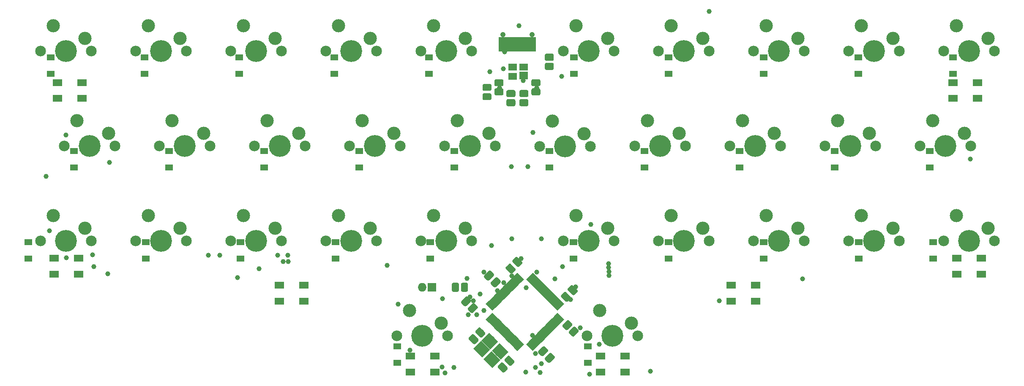
<source format=gts>
G04 #@! TF.GenerationSoftware,KiCad,Pcbnew,(5.1.4)-1*
G04 #@! TF.CreationDate,2021-03-13T03:50:06-06:00*
G04 #@! TF.ProjectId,Treadstone32,54726561-6473-4746-9f6e-6533322e6b69,1.1*
G04 #@! TF.SameCoordinates,Original*
G04 #@! TF.FileFunction,Soldermask,Top*
G04 #@! TF.FilePolarity,Negative*
%FSLAX46Y46*%
G04 Gerber Fmt 4.6, Leading zero omitted, Abs format (unit mm)*
G04 Created by KiCad (PCBNEW (5.1.4)-1) date 2021-03-13 03:50:06*
%MOMM*%
%LPD*%
G04 APERTURE LIST*
%ADD10R,1.600000X1.300000*%
%ADD11R,1.900000X1.400000*%
%ADD12C,2.150000*%
%ADD13C,2.650000*%
%ADD14C,4.387800*%
%ADD15C,0.100000*%
%ADD16C,1.425000*%
%ADD17R,1.800000X1.400000*%
%ADD18R,1.800000X1.600000*%
%ADD19C,1.050000*%
%ADD20R,0.700000X2.850000*%
%ADD21R,1.000000X2.850000*%
%ADD22C,0.950000*%
%ADD23O,1.750000X1.750000*%
%ADD24R,1.750000X1.750000*%
%ADD25C,1.375000*%
%ADD26C,1.400000*%
%ADD27C,2.200000*%
%ADD28C,1.000000*%
G04 APERTURE END LIST*
D10*
X214639860Y-126514000D03*
X214639860Y-129814000D03*
X176485860Y-126514000D03*
X176485860Y-129814000D03*
X283800860Y-105559000D03*
X283800860Y-108859000D03*
X268941860Y-105559000D03*
X268941860Y-108859000D03*
X249891860Y-105559000D03*
X249891860Y-108859000D03*
X230841860Y-105559000D03*
X230841860Y-108859000D03*
X211791860Y-105559000D03*
X211791860Y-108859000D03*
X183089860Y-105559000D03*
X183089860Y-108859000D03*
X164082192Y-105559000D03*
X164082192Y-108859000D03*
X145074526Y-105559000D03*
X145074526Y-108859000D03*
X126066860Y-105559000D03*
X126066860Y-108859000D03*
X102571860Y-105559000D03*
X102571860Y-108859000D03*
X283165860Y-87285500D03*
X283165860Y-90585500D03*
X264115860Y-87285500D03*
X264115860Y-90585500D03*
X245065860Y-87285500D03*
X245065860Y-90585500D03*
X226015860Y-87285500D03*
X226015860Y-90585500D03*
X206965860Y-87285500D03*
X206965860Y-90585500D03*
X187915860Y-87285500D03*
X187915860Y-90585500D03*
X168865860Y-87285500D03*
X168865860Y-90585500D03*
X149815860Y-87285500D03*
X149815860Y-90585500D03*
X130765860Y-87285500D03*
X130765860Y-90585500D03*
X111715860Y-87285500D03*
X111715860Y-90585500D03*
X287844860Y-68484000D03*
X287844860Y-71784000D03*
X268844860Y-68484000D03*
X268844860Y-71784000D03*
X249844860Y-68484000D03*
X249844860Y-71784000D03*
X230844860Y-68484000D03*
X230844860Y-71784000D03*
X211844860Y-68484000D03*
X211844860Y-71784000D03*
X182844860Y-68484000D03*
X182844860Y-71784000D03*
X163844860Y-68484000D03*
X163844860Y-71784000D03*
X144844860Y-68484000D03*
X144844860Y-71784000D03*
X125844860Y-68484000D03*
X125844860Y-71784000D03*
X107016860Y-68475000D03*
X107016860Y-71775000D03*
D11*
X287827860Y-73545200D03*
X287827860Y-76745200D03*
X292727860Y-73545200D03*
X292727860Y-76745200D03*
X288589860Y-108784000D03*
X288589860Y-111984000D03*
X293489860Y-108784000D03*
X293489860Y-111984000D03*
X243334560Y-114245000D03*
X243334560Y-117445000D03*
X248234560Y-114245000D03*
X248234560Y-117445000D03*
X217215860Y-128469000D03*
X217215860Y-131669000D03*
X222115860Y-128469000D03*
X222115860Y-131669000D03*
X179115860Y-128469000D03*
X179115860Y-131669000D03*
X184015860Y-128469000D03*
X184015860Y-131669000D03*
X152852760Y-114245000D03*
X152852760Y-117445000D03*
X157752760Y-114245000D03*
X157752760Y-117445000D03*
X107741860Y-108784000D03*
X107741860Y-111984000D03*
X112641860Y-108784000D03*
X112641860Y-111984000D03*
X108405560Y-73545200D03*
X108405560Y-76745200D03*
X113305560Y-73545200D03*
X113305560Y-76745200D03*
D12*
X162137500Y-105303280D03*
X172297500Y-105303280D03*
D13*
X171027500Y-102763280D03*
D14*
X167217500Y-105303280D03*
D13*
X164677500Y-100223280D03*
D12*
X209763700Y-67202320D03*
X219923700Y-67202320D03*
D13*
X218653700Y-64662320D03*
D14*
X214843700Y-67202320D03*
D13*
X212303700Y-62122320D03*
D12*
X285965620Y-105303280D03*
X296125620Y-105303280D03*
D13*
X294855620Y-102763280D03*
D14*
X291045620Y-105303280D03*
D13*
X288505620Y-100223280D03*
D12*
X214526320Y-124353760D03*
X224686320Y-124353760D03*
D13*
X223416320Y-121813760D03*
D14*
X219606320Y-124353760D03*
D13*
X217066320Y-119273760D03*
D12*
X176425360Y-124353760D03*
X186585360Y-124353760D03*
D13*
X185315360Y-121813760D03*
D14*
X181505360Y-124353760D03*
D13*
X178965360Y-119273760D03*
D12*
X266915140Y-105303280D03*
X277075140Y-105303280D03*
D13*
X275805140Y-102763280D03*
D14*
X271995140Y-105303280D03*
D13*
X269455140Y-100223280D03*
D12*
X247864660Y-105303280D03*
X258024660Y-105303280D03*
D13*
X256754660Y-102763280D03*
D14*
X252944660Y-105303280D03*
D13*
X250404660Y-100223280D03*
D12*
X228814180Y-105303280D03*
X238974180Y-105303280D03*
D13*
X237704180Y-102763280D03*
D14*
X233894180Y-105303280D03*
D13*
X231354180Y-100223280D03*
D12*
X209763700Y-105303280D03*
X219923700Y-105303280D03*
D13*
X218653700Y-102763280D03*
D14*
X214843700Y-105303280D03*
D13*
X212303700Y-100223280D03*
D12*
X181187980Y-105303280D03*
X191347980Y-105303280D03*
D13*
X190077980Y-102763280D03*
D14*
X186267980Y-105303280D03*
D13*
X183727980Y-100223280D03*
D12*
X143087020Y-105303280D03*
X153247020Y-105303280D03*
D13*
X151977020Y-102763280D03*
D14*
X148167020Y-105303280D03*
D13*
X145627020Y-100223280D03*
D12*
X124036540Y-105303280D03*
X134196540Y-105303280D03*
D13*
X132926540Y-102763280D03*
D14*
X129116540Y-105303280D03*
D13*
X126576540Y-100223280D03*
D12*
X104986060Y-105303280D03*
X115146060Y-105303280D03*
D13*
X113876060Y-102763280D03*
D14*
X110066060Y-105303280D03*
D13*
X107526060Y-100223280D03*
D12*
X281203000Y-86252800D03*
X291363000Y-86252800D03*
D13*
X290093000Y-83712800D03*
D14*
X286283000Y-86252800D03*
D13*
X283743000Y-81172800D03*
D12*
X262152520Y-86252800D03*
X272312520Y-86252800D03*
D13*
X271042520Y-83712800D03*
D14*
X267232520Y-86252800D03*
D13*
X264692520Y-81172800D03*
D12*
X243102040Y-86252800D03*
X253262040Y-86252800D03*
D13*
X251992040Y-83712800D03*
D14*
X248182040Y-86252800D03*
D13*
X245642040Y-81172800D03*
D12*
X224051560Y-86252800D03*
X234211560Y-86252800D03*
D13*
X232941560Y-83712800D03*
D14*
X229131560Y-86252800D03*
D13*
X226591560Y-81172800D03*
D12*
X205001080Y-86382911D03*
X215161080Y-86382911D03*
D13*
X213891080Y-83842911D03*
D14*
X210081080Y-86382911D03*
D13*
X207541080Y-81302911D03*
D12*
X185950600Y-86252800D03*
X196110600Y-86252800D03*
D13*
X194840600Y-83712800D03*
D14*
X191030600Y-86252800D03*
D13*
X188490600Y-81172800D03*
D12*
X166900120Y-86252800D03*
X177060120Y-86252800D03*
D13*
X175790120Y-83712800D03*
D14*
X171980120Y-86252800D03*
D13*
X169440120Y-81172800D03*
D12*
X147849640Y-86252800D03*
X158009640Y-86252800D03*
D13*
X156739640Y-83712800D03*
D14*
X152929640Y-86252800D03*
D13*
X150389640Y-81172800D03*
D12*
X128799160Y-86252800D03*
X138959160Y-86252800D03*
D13*
X137689160Y-83712800D03*
D14*
X133879160Y-86252800D03*
D13*
X131339160Y-81172800D03*
D12*
X109748680Y-86252800D03*
X119908680Y-86252800D03*
D13*
X118638680Y-83712800D03*
D14*
X114828680Y-86252800D03*
D13*
X112288680Y-81172800D03*
D12*
X285965620Y-67202320D03*
X296125620Y-67202320D03*
D13*
X294855620Y-64662320D03*
D14*
X291045620Y-67202320D03*
D13*
X288505620Y-62122320D03*
D12*
X266915140Y-67202320D03*
X277075140Y-67202320D03*
D13*
X275805140Y-64662320D03*
D14*
X271995140Y-67202320D03*
D13*
X269455140Y-62122320D03*
D12*
X247864660Y-67202320D03*
X258024660Y-67202320D03*
D13*
X256754660Y-64662320D03*
D14*
X252944660Y-67202320D03*
D13*
X250404660Y-62122320D03*
D12*
X228814180Y-67202320D03*
X238974180Y-67202320D03*
D13*
X237704180Y-64662320D03*
D14*
X233894180Y-67202320D03*
D13*
X231354180Y-62122320D03*
D12*
X181187980Y-67202320D03*
X191347980Y-67202320D03*
D13*
X190077980Y-64662320D03*
D14*
X186267980Y-67202320D03*
D13*
X183727980Y-62122320D03*
D12*
X162137500Y-67202320D03*
X172297500Y-67202320D03*
D13*
X171027500Y-64662320D03*
D14*
X167217500Y-67202320D03*
D13*
X164677500Y-62122320D03*
D12*
X143087020Y-67202320D03*
X153247020Y-67202320D03*
D13*
X151977020Y-64662320D03*
D14*
X148167020Y-67202320D03*
D13*
X145627020Y-62122320D03*
D12*
X124036540Y-67202320D03*
X134196540Y-67202320D03*
D13*
X132926540Y-64662320D03*
D14*
X129116540Y-67202320D03*
D13*
X126576540Y-62122320D03*
D12*
X104986060Y-67202320D03*
X115146060Y-67202320D03*
D13*
X113876060Y-64662320D03*
D14*
X110066060Y-67202320D03*
D13*
X107526060Y-62122320D03*
D15*
G36*
X207526367Y-69580674D02*
G01*
X207560106Y-69585678D01*
X207593191Y-69593966D01*
X207625305Y-69605456D01*
X207656139Y-69620039D01*
X207685394Y-69637574D01*
X207712790Y-69657892D01*
X207738062Y-69680798D01*
X207760968Y-69706070D01*
X207781286Y-69733466D01*
X207798821Y-69762721D01*
X207813404Y-69793555D01*
X207824894Y-69825669D01*
X207833182Y-69858754D01*
X207838186Y-69892493D01*
X207839860Y-69926560D01*
X207839860Y-70656440D01*
X207838186Y-70690507D01*
X207833182Y-70724246D01*
X207824894Y-70757331D01*
X207813404Y-70789445D01*
X207798821Y-70820279D01*
X207781286Y-70849534D01*
X207760968Y-70876930D01*
X207738062Y-70902202D01*
X207712790Y-70925108D01*
X207685394Y-70945426D01*
X207656139Y-70962961D01*
X207625305Y-70977544D01*
X207593191Y-70989034D01*
X207560106Y-70997322D01*
X207526367Y-71002326D01*
X207492300Y-71004000D01*
X206387420Y-71004000D01*
X206353353Y-71002326D01*
X206319614Y-70997322D01*
X206286529Y-70989034D01*
X206254415Y-70977544D01*
X206223581Y-70962961D01*
X206194326Y-70945426D01*
X206166930Y-70925108D01*
X206141658Y-70902202D01*
X206118752Y-70876930D01*
X206098434Y-70849534D01*
X206080899Y-70820279D01*
X206066316Y-70789445D01*
X206054826Y-70757331D01*
X206046538Y-70724246D01*
X206041534Y-70690507D01*
X206039860Y-70656440D01*
X206039860Y-69926560D01*
X206041534Y-69892493D01*
X206046538Y-69858754D01*
X206054826Y-69825669D01*
X206066316Y-69793555D01*
X206080899Y-69762721D01*
X206098434Y-69733466D01*
X206118752Y-69706070D01*
X206141658Y-69680798D01*
X206166930Y-69657892D01*
X206194326Y-69637574D01*
X206223581Y-69620039D01*
X206254415Y-69605456D01*
X206286529Y-69593966D01*
X206319614Y-69585678D01*
X206353353Y-69580674D01*
X206387420Y-69579000D01*
X207492300Y-69579000D01*
X207526367Y-69580674D01*
X207526367Y-69580674D01*
G37*
D16*
X206939860Y-70291500D03*
D15*
G36*
X207526367Y-67755674D02*
G01*
X207560106Y-67760678D01*
X207593191Y-67768966D01*
X207625305Y-67780456D01*
X207656139Y-67795039D01*
X207685394Y-67812574D01*
X207712790Y-67832892D01*
X207738062Y-67855798D01*
X207760968Y-67881070D01*
X207781286Y-67908466D01*
X207798821Y-67937721D01*
X207813404Y-67968555D01*
X207824894Y-68000669D01*
X207833182Y-68033754D01*
X207838186Y-68067493D01*
X207839860Y-68101560D01*
X207839860Y-68831440D01*
X207838186Y-68865507D01*
X207833182Y-68899246D01*
X207824894Y-68932331D01*
X207813404Y-68964445D01*
X207798821Y-68995279D01*
X207781286Y-69024534D01*
X207760968Y-69051930D01*
X207738062Y-69077202D01*
X207712790Y-69100108D01*
X207685394Y-69120426D01*
X207656139Y-69137961D01*
X207625305Y-69152544D01*
X207593191Y-69164034D01*
X207560106Y-69172322D01*
X207526367Y-69177326D01*
X207492300Y-69179000D01*
X206387420Y-69179000D01*
X206353353Y-69177326D01*
X206319614Y-69172322D01*
X206286529Y-69164034D01*
X206254415Y-69152544D01*
X206223581Y-69137961D01*
X206194326Y-69120426D01*
X206166930Y-69100108D01*
X206141658Y-69077202D01*
X206118752Y-69051930D01*
X206098434Y-69024534D01*
X206080899Y-68995279D01*
X206066316Y-68964445D01*
X206054826Y-68932331D01*
X206046538Y-68899246D01*
X206041534Y-68865507D01*
X206039860Y-68831440D01*
X206039860Y-68101560D01*
X206041534Y-68067493D01*
X206046538Y-68033754D01*
X206054826Y-68000669D01*
X206066316Y-67968555D01*
X206080899Y-67937721D01*
X206098434Y-67908466D01*
X206118752Y-67881070D01*
X206141658Y-67855798D01*
X206166930Y-67832892D01*
X206194326Y-67812574D01*
X206223581Y-67795039D01*
X206254415Y-67780456D01*
X206286529Y-67768966D01*
X206319614Y-67760678D01*
X206353353Y-67755674D01*
X206387420Y-67754000D01*
X207492300Y-67754000D01*
X207526367Y-67755674D01*
X207526367Y-67755674D01*
G37*
D16*
X206939860Y-68466500D03*
D17*
X199589860Y-72339000D03*
X199589861Y-70419001D03*
X201789860Y-70419001D03*
D18*
X201789860Y-72139000D03*
D19*
X203439860Y-63929000D03*
X197659860Y-63929000D03*
D20*
X200799860Y-65874000D03*
X200299860Y-65874000D03*
X199799860Y-65874000D03*
X201299860Y-65874000D03*
X199299860Y-65874000D03*
X201799860Y-65874000D03*
X198799860Y-65874000D03*
X202299860Y-65874000D03*
D21*
X202999860Y-65874000D03*
X198099860Y-65874000D03*
X203774860Y-65874000D03*
X197324860Y-65874000D03*
D22*
X203274750Y-112656010D03*
D15*
G36*
X202938874Y-113663637D02*
G01*
X202267123Y-112991886D01*
X203610626Y-111648383D01*
X204282377Y-112320134D01*
X202938874Y-113663637D01*
X202938874Y-113663637D01*
G37*
D22*
X203840435Y-113221696D03*
D15*
G36*
X203504559Y-114229323D02*
G01*
X202832808Y-113557572D01*
X204176311Y-112214069D01*
X204848062Y-112885820D01*
X203504559Y-114229323D01*
X203504559Y-114229323D01*
G37*
D22*
X204406120Y-113787381D03*
D15*
G36*
X204070244Y-114795008D02*
G01*
X203398493Y-114123257D01*
X204741996Y-112779754D01*
X205413747Y-113451505D01*
X204070244Y-114795008D01*
X204070244Y-114795008D01*
G37*
D22*
X204971806Y-114353066D03*
D15*
G36*
X204635930Y-115360693D02*
G01*
X203964179Y-114688942D01*
X205307682Y-113345439D01*
X205979433Y-114017190D01*
X204635930Y-115360693D01*
X204635930Y-115360693D01*
G37*
D22*
X205537491Y-114918752D03*
D15*
G36*
X205201615Y-115926379D02*
G01*
X204529864Y-115254628D01*
X205873367Y-113911125D01*
X206545118Y-114582876D01*
X205201615Y-115926379D01*
X205201615Y-115926379D01*
G37*
D22*
X206103177Y-115484437D03*
D15*
G36*
X205767301Y-116492064D02*
G01*
X205095550Y-115820313D01*
X206439053Y-114476810D01*
X207110804Y-115148561D01*
X205767301Y-116492064D01*
X205767301Y-116492064D01*
G37*
D22*
X206668862Y-116050123D03*
D15*
G36*
X206332986Y-117057750D02*
G01*
X205661235Y-116385999D01*
X207004738Y-115042496D01*
X207676489Y-115714247D01*
X206332986Y-117057750D01*
X206332986Y-117057750D01*
G37*
D22*
X207234548Y-116615808D03*
D15*
G36*
X206898672Y-117623435D02*
G01*
X206226921Y-116951684D01*
X207570424Y-115608181D01*
X208242175Y-116279932D01*
X206898672Y-117623435D01*
X206898672Y-117623435D01*
G37*
D22*
X207800233Y-117181494D03*
D15*
G36*
X207464357Y-118189121D02*
G01*
X206792606Y-117517370D01*
X208136109Y-116173867D01*
X208807860Y-116845618D01*
X207464357Y-118189121D01*
X207464357Y-118189121D01*
G37*
D22*
X208365918Y-117747179D03*
D15*
G36*
X208030042Y-118754806D02*
G01*
X207358291Y-118083055D01*
X208701794Y-116739552D01*
X209373545Y-117411303D01*
X208030042Y-118754806D01*
X208030042Y-118754806D01*
G37*
D22*
X208931604Y-118312864D03*
D15*
G36*
X208595728Y-119320491D02*
G01*
X207923977Y-118648740D01*
X209267480Y-117305237D01*
X209939231Y-117976988D01*
X208595728Y-119320491D01*
X208595728Y-119320491D01*
G37*
D22*
X208931604Y-120717028D03*
D15*
G36*
X207923977Y-120381152D02*
G01*
X208595728Y-119709401D01*
X209939231Y-121052904D01*
X209267480Y-121724655D01*
X207923977Y-120381152D01*
X207923977Y-120381152D01*
G37*
D22*
X208365918Y-121282713D03*
D15*
G36*
X207358291Y-120946837D02*
G01*
X208030042Y-120275086D01*
X209373545Y-121618589D01*
X208701794Y-122290340D01*
X207358291Y-120946837D01*
X207358291Y-120946837D01*
G37*
D22*
X207800233Y-121848398D03*
D15*
G36*
X206792606Y-121512522D02*
G01*
X207464357Y-120840771D01*
X208807860Y-122184274D01*
X208136109Y-122856025D01*
X206792606Y-121512522D01*
X206792606Y-121512522D01*
G37*
D22*
X207234548Y-122414084D03*
D15*
G36*
X206226921Y-122078208D02*
G01*
X206898672Y-121406457D01*
X208242175Y-122749960D01*
X207570424Y-123421711D01*
X206226921Y-122078208D01*
X206226921Y-122078208D01*
G37*
D22*
X206668862Y-122979769D03*
D15*
G36*
X205661235Y-122643893D02*
G01*
X206332986Y-121972142D01*
X207676489Y-123315645D01*
X207004738Y-123987396D01*
X205661235Y-122643893D01*
X205661235Y-122643893D01*
G37*
D22*
X206103177Y-123545455D03*
D15*
G36*
X205095550Y-123209579D02*
G01*
X205767301Y-122537828D01*
X207110804Y-123881331D01*
X206439053Y-124553082D01*
X205095550Y-123209579D01*
X205095550Y-123209579D01*
G37*
D22*
X205537491Y-124111140D03*
D15*
G36*
X204529864Y-123775264D02*
G01*
X205201615Y-123103513D01*
X206545118Y-124447016D01*
X205873367Y-125118767D01*
X204529864Y-123775264D01*
X204529864Y-123775264D01*
G37*
D22*
X204971806Y-124676826D03*
D15*
G36*
X203964179Y-124340950D02*
G01*
X204635930Y-123669199D01*
X205979433Y-125012702D01*
X205307682Y-125684453D01*
X203964179Y-124340950D01*
X203964179Y-124340950D01*
G37*
D22*
X204406120Y-125242511D03*
D15*
G36*
X203398493Y-124906635D02*
G01*
X204070244Y-124234884D01*
X205413747Y-125578387D01*
X204741996Y-126250138D01*
X203398493Y-124906635D01*
X203398493Y-124906635D01*
G37*
D22*
X203840435Y-125808196D03*
D15*
G36*
X202832808Y-125472320D02*
G01*
X203504559Y-124800569D01*
X204848062Y-126144072D01*
X204176311Y-126815823D01*
X202832808Y-125472320D01*
X202832808Y-125472320D01*
G37*
D22*
X203274750Y-126373882D03*
D15*
G36*
X202267123Y-126038006D02*
G01*
X202938874Y-125366255D01*
X204282377Y-126709758D01*
X203610626Y-127381509D01*
X202267123Y-126038006D01*
X202267123Y-126038006D01*
G37*
D22*
X200870586Y-126373882D03*
D15*
G36*
X200534710Y-127381509D02*
G01*
X199862959Y-126709758D01*
X201206462Y-125366255D01*
X201878213Y-126038006D01*
X200534710Y-127381509D01*
X200534710Y-127381509D01*
G37*
D22*
X200304901Y-125808196D03*
D15*
G36*
X199969025Y-126815823D02*
G01*
X199297274Y-126144072D01*
X200640777Y-124800569D01*
X201312528Y-125472320D01*
X199969025Y-126815823D01*
X199969025Y-126815823D01*
G37*
D22*
X199739216Y-125242511D03*
D15*
G36*
X199403340Y-126250138D02*
G01*
X198731589Y-125578387D01*
X200075092Y-124234884D01*
X200746843Y-124906635D01*
X199403340Y-126250138D01*
X199403340Y-126250138D01*
G37*
D22*
X199173530Y-124676826D03*
D15*
G36*
X198837654Y-125684453D02*
G01*
X198165903Y-125012702D01*
X199509406Y-123669199D01*
X200181157Y-124340950D01*
X198837654Y-125684453D01*
X198837654Y-125684453D01*
G37*
D22*
X198607845Y-124111140D03*
D15*
G36*
X198271969Y-125118767D02*
G01*
X197600218Y-124447016D01*
X198943721Y-123103513D01*
X199615472Y-123775264D01*
X198271969Y-125118767D01*
X198271969Y-125118767D01*
G37*
D22*
X198042159Y-123545455D03*
D15*
G36*
X197706283Y-124553082D02*
G01*
X197034532Y-123881331D01*
X198378035Y-122537828D01*
X199049786Y-123209579D01*
X197706283Y-124553082D01*
X197706283Y-124553082D01*
G37*
D22*
X197476474Y-122979769D03*
D15*
G36*
X197140598Y-123987396D02*
G01*
X196468847Y-123315645D01*
X197812350Y-121972142D01*
X198484101Y-122643893D01*
X197140598Y-123987396D01*
X197140598Y-123987396D01*
G37*
D22*
X196910788Y-122414084D03*
D15*
G36*
X196574912Y-123421711D02*
G01*
X195903161Y-122749960D01*
X197246664Y-121406457D01*
X197918415Y-122078208D01*
X196574912Y-123421711D01*
X196574912Y-123421711D01*
G37*
D22*
X196345103Y-121848398D03*
D15*
G36*
X196009227Y-122856025D02*
G01*
X195337476Y-122184274D01*
X196680979Y-120840771D01*
X197352730Y-121512522D01*
X196009227Y-122856025D01*
X196009227Y-122856025D01*
G37*
D22*
X195779418Y-121282713D03*
D15*
G36*
X195443542Y-122290340D02*
G01*
X194771791Y-121618589D01*
X196115294Y-120275086D01*
X196787045Y-120946837D01*
X195443542Y-122290340D01*
X195443542Y-122290340D01*
G37*
D22*
X195213732Y-120717028D03*
D15*
G36*
X194877856Y-121724655D02*
G01*
X194206105Y-121052904D01*
X195549608Y-119709401D01*
X196221359Y-120381152D01*
X194877856Y-121724655D01*
X194877856Y-121724655D01*
G37*
D22*
X195213732Y-118312864D03*
D15*
G36*
X194206105Y-117976988D02*
G01*
X194877856Y-117305237D01*
X196221359Y-118648740D01*
X195549608Y-119320491D01*
X194206105Y-117976988D01*
X194206105Y-117976988D01*
G37*
D22*
X195779418Y-117747179D03*
D15*
G36*
X194771791Y-117411303D02*
G01*
X195443542Y-116739552D01*
X196787045Y-118083055D01*
X196115294Y-118754806D01*
X194771791Y-117411303D01*
X194771791Y-117411303D01*
G37*
D22*
X196345103Y-117181494D03*
D15*
G36*
X195337476Y-116845618D02*
G01*
X196009227Y-116173867D01*
X197352730Y-117517370D01*
X196680979Y-118189121D01*
X195337476Y-116845618D01*
X195337476Y-116845618D01*
G37*
D22*
X196910788Y-116615808D03*
D15*
G36*
X195903161Y-116279932D02*
G01*
X196574912Y-115608181D01*
X197918415Y-116951684D01*
X197246664Y-117623435D01*
X195903161Y-116279932D01*
X195903161Y-116279932D01*
G37*
D22*
X197476474Y-116050123D03*
D15*
G36*
X196468847Y-115714247D02*
G01*
X197140598Y-115042496D01*
X198484101Y-116385999D01*
X197812350Y-117057750D01*
X196468847Y-115714247D01*
X196468847Y-115714247D01*
G37*
D22*
X198042159Y-115484437D03*
D15*
G36*
X197034532Y-115148561D02*
G01*
X197706283Y-114476810D01*
X199049786Y-115820313D01*
X198378035Y-116492064D01*
X197034532Y-115148561D01*
X197034532Y-115148561D01*
G37*
D22*
X198607845Y-114918752D03*
D15*
G36*
X197600218Y-114582876D02*
G01*
X198271969Y-113911125D01*
X199615472Y-115254628D01*
X198943721Y-115926379D01*
X197600218Y-114582876D01*
X197600218Y-114582876D01*
G37*
D22*
X199173530Y-114353066D03*
D15*
G36*
X198165903Y-114017190D02*
G01*
X198837654Y-113345439D01*
X200181157Y-114688942D01*
X199509406Y-115360693D01*
X198165903Y-114017190D01*
X198165903Y-114017190D01*
G37*
D22*
X199739216Y-113787381D03*
D15*
G36*
X198731589Y-113451505D02*
G01*
X199403340Y-112779754D01*
X200746843Y-114123257D01*
X200075092Y-114795008D01*
X198731589Y-113451505D01*
X198731589Y-113451505D01*
G37*
D22*
X200304901Y-113221696D03*
D15*
G36*
X199297274Y-112885820D02*
G01*
X199969025Y-112214069D01*
X201312528Y-113557572D01*
X200640777Y-114229323D01*
X199297274Y-112885820D01*
X199297274Y-112885820D01*
G37*
D22*
X200870586Y-112656010D03*
D15*
G36*
X199862959Y-112320134D02*
G01*
X200534710Y-111648383D01*
X201878213Y-112991886D01*
X201206462Y-113663637D01*
X199862959Y-112320134D01*
X199862959Y-112320134D01*
G37*
D23*
X181439860Y-114629000D03*
D24*
X183439860Y-114629000D03*
D15*
G36*
X197426367Y-72868174D02*
G01*
X197460106Y-72873178D01*
X197493191Y-72881466D01*
X197525305Y-72892956D01*
X197556139Y-72907539D01*
X197585394Y-72925074D01*
X197612790Y-72945392D01*
X197638062Y-72968298D01*
X197660968Y-72993570D01*
X197681286Y-73020966D01*
X197698821Y-73050221D01*
X197713404Y-73081055D01*
X197724894Y-73113169D01*
X197733182Y-73146254D01*
X197738186Y-73179993D01*
X197739860Y-73214060D01*
X197739860Y-73943940D01*
X197738186Y-73978007D01*
X197733182Y-74011746D01*
X197724894Y-74044831D01*
X197713404Y-74076945D01*
X197698821Y-74107779D01*
X197681286Y-74137034D01*
X197660968Y-74164430D01*
X197638062Y-74189702D01*
X197612790Y-74212608D01*
X197585394Y-74232926D01*
X197556139Y-74250461D01*
X197525305Y-74265044D01*
X197493191Y-74276534D01*
X197460106Y-74284822D01*
X197426367Y-74289826D01*
X197392300Y-74291500D01*
X196287420Y-74291500D01*
X196253353Y-74289826D01*
X196219614Y-74284822D01*
X196186529Y-74276534D01*
X196154415Y-74265044D01*
X196123581Y-74250461D01*
X196094326Y-74232926D01*
X196066930Y-74212608D01*
X196041658Y-74189702D01*
X196018752Y-74164430D01*
X195998434Y-74137034D01*
X195980899Y-74107779D01*
X195966316Y-74076945D01*
X195954826Y-74044831D01*
X195946538Y-74011746D01*
X195941534Y-73978007D01*
X195939860Y-73943940D01*
X195939860Y-73214060D01*
X195941534Y-73179993D01*
X195946538Y-73146254D01*
X195954826Y-73113169D01*
X195966316Y-73081055D01*
X195980899Y-73050221D01*
X195998434Y-73020966D01*
X196018752Y-72993570D01*
X196041658Y-72968298D01*
X196066930Y-72945392D01*
X196094326Y-72925074D01*
X196123581Y-72907539D01*
X196154415Y-72892956D01*
X196186529Y-72881466D01*
X196219614Y-72873178D01*
X196253353Y-72868174D01*
X196287420Y-72866500D01*
X197392300Y-72866500D01*
X197426367Y-72868174D01*
X197426367Y-72868174D01*
G37*
D16*
X196839860Y-73579000D03*
D15*
G36*
X197426367Y-74693174D02*
G01*
X197460106Y-74698178D01*
X197493191Y-74706466D01*
X197525305Y-74717956D01*
X197556139Y-74732539D01*
X197585394Y-74750074D01*
X197612790Y-74770392D01*
X197638062Y-74793298D01*
X197660968Y-74818570D01*
X197681286Y-74845966D01*
X197698821Y-74875221D01*
X197713404Y-74906055D01*
X197724894Y-74938169D01*
X197733182Y-74971254D01*
X197738186Y-75004993D01*
X197739860Y-75039060D01*
X197739860Y-75768940D01*
X197738186Y-75803007D01*
X197733182Y-75836746D01*
X197724894Y-75869831D01*
X197713404Y-75901945D01*
X197698821Y-75932779D01*
X197681286Y-75962034D01*
X197660968Y-75989430D01*
X197638062Y-76014702D01*
X197612790Y-76037608D01*
X197585394Y-76057926D01*
X197556139Y-76075461D01*
X197525305Y-76090044D01*
X197493191Y-76101534D01*
X197460106Y-76109822D01*
X197426367Y-76114826D01*
X197392300Y-76116500D01*
X196287420Y-76116500D01*
X196253353Y-76114826D01*
X196219614Y-76109822D01*
X196186529Y-76101534D01*
X196154415Y-76090044D01*
X196123581Y-76075461D01*
X196094326Y-76057926D01*
X196066930Y-76037608D01*
X196041658Y-76014702D01*
X196018752Y-75989430D01*
X195998434Y-75962034D01*
X195980899Y-75932779D01*
X195966316Y-75901945D01*
X195954826Y-75869831D01*
X195946538Y-75836746D01*
X195941534Y-75803007D01*
X195939860Y-75768940D01*
X195939860Y-75039060D01*
X195941534Y-75004993D01*
X195946538Y-74971254D01*
X195954826Y-74938169D01*
X195966316Y-74906055D01*
X195980899Y-74875221D01*
X195998434Y-74845966D01*
X196018752Y-74818570D01*
X196041658Y-74793298D01*
X196066930Y-74770392D01*
X196094326Y-74750074D01*
X196123581Y-74732539D01*
X196154415Y-74717956D01*
X196186529Y-74706466D01*
X196219614Y-74698178D01*
X196253353Y-74693174D01*
X196287420Y-74691500D01*
X197392300Y-74691500D01*
X197426367Y-74693174D01*
X197426367Y-74693174D01*
G37*
D16*
X196839860Y-75404000D03*
D15*
G36*
X204826367Y-72868174D02*
G01*
X204860106Y-72873178D01*
X204893191Y-72881466D01*
X204925305Y-72892956D01*
X204956139Y-72907539D01*
X204985394Y-72925074D01*
X205012790Y-72945392D01*
X205038062Y-72968298D01*
X205060968Y-72993570D01*
X205081286Y-73020966D01*
X205098821Y-73050221D01*
X205113404Y-73081055D01*
X205124894Y-73113169D01*
X205133182Y-73146254D01*
X205138186Y-73179993D01*
X205139860Y-73214060D01*
X205139860Y-73943940D01*
X205138186Y-73978007D01*
X205133182Y-74011746D01*
X205124894Y-74044831D01*
X205113404Y-74076945D01*
X205098821Y-74107779D01*
X205081286Y-74137034D01*
X205060968Y-74164430D01*
X205038062Y-74189702D01*
X205012790Y-74212608D01*
X204985394Y-74232926D01*
X204956139Y-74250461D01*
X204925305Y-74265044D01*
X204893191Y-74276534D01*
X204860106Y-74284822D01*
X204826367Y-74289826D01*
X204792300Y-74291500D01*
X203687420Y-74291500D01*
X203653353Y-74289826D01*
X203619614Y-74284822D01*
X203586529Y-74276534D01*
X203554415Y-74265044D01*
X203523581Y-74250461D01*
X203494326Y-74232926D01*
X203466930Y-74212608D01*
X203441658Y-74189702D01*
X203418752Y-74164430D01*
X203398434Y-74137034D01*
X203380899Y-74107779D01*
X203366316Y-74076945D01*
X203354826Y-74044831D01*
X203346538Y-74011746D01*
X203341534Y-73978007D01*
X203339860Y-73943940D01*
X203339860Y-73214060D01*
X203341534Y-73179993D01*
X203346538Y-73146254D01*
X203354826Y-73113169D01*
X203366316Y-73081055D01*
X203380899Y-73050221D01*
X203398434Y-73020966D01*
X203418752Y-72993570D01*
X203441658Y-72968298D01*
X203466930Y-72945392D01*
X203494326Y-72925074D01*
X203523581Y-72907539D01*
X203554415Y-72892956D01*
X203586529Y-72881466D01*
X203619614Y-72873178D01*
X203653353Y-72868174D01*
X203687420Y-72866500D01*
X204792300Y-72866500D01*
X204826367Y-72868174D01*
X204826367Y-72868174D01*
G37*
D16*
X204239860Y-73579000D03*
D15*
G36*
X204826367Y-74693174D02*
G01*
X204860106Y-74698178D01*
X204893191Y-74706466D01*
X204925305Y-74717956D01*
X204956139Y-74732539D01*
X204985394Y-74750074D01*
X205012790Y-74770392D01*
X205038062Y-74793298D01*
X205060968Y-74818570D01*
X205081286Y-74845966D01*
X205098821Y-74875221D01*
X205113404Y-74906055D01*
X205124894Y-74938169D01*
X205133182Y-74971254D01*
X205138186Y-75004993D01*
X205139860Y-75039060D01*
X205139860Y-75768940D01*
X205138186Y-75803007D01*
X205133182Y-75836746D01*
X205124894Y-75869831D01*
X205113404Y-75901945D01*
X205098821Y-75932779D01*
X205081286Y-75962034D01*
X205060968Y-75989430D01*
X205038062Y-76014702D01*
X205012790Y-76037608D01*
X204985394Y-76057926D01*
X204956139Y-76075461D01*
X204925305Y-76090044D01*
X204893191Y-76101534D01*
X204860106Y-76109822D01*
X204826367Y-76114826D01*
X204792300Y-76116500D01*
X203687420Y-76116500D01*
X203653353Y-76114826D01*
X203619614Y-76109822D01*
X203586529Y-76101534D01*
X203554415Y-76090044D01*
X203523581Y-76075461D01*
X203494326Y-76057926D01*
X203466930Y-76037608D01*
X203441658Y-76014702D01*
X203418752Y-75989430D01*
X203398434Y-75962034D01*
X203380899Y-75932779D01*
X203366316Y-75901945D01*
X203354826Y-75869831D01*
X203346538Y-75836746D01*
X203341534Y-75803007D01*
X203339860Y-75768940D01*
X203339860Y-75039060D01*
X203341534Y-75004993D01*
X203346538Y-74971254D01*
X203354826Y-74938169D01*
X203366316Y-74906055D01*
X203380899Y-74875221D01*
X203398434Y-74845966D01*
X203418752Y-74818570D01*
X203441658Y-74793298D01*
X203466930Y-74770392D01*
X203494326Y-74750074D01*
X203523581Y-74732539D01*
X203554415Y-74717956D01*
X203586529Y-74706466D01*
X203619614Y-74698178D01*
X203653353Y-74693174D01*
X203687420Y-74691500D01*
X204792300Y-74691500D01*
X204826367Y-74693174D01*
X204826367Y-74693174D01*
G37*
D16*
X204239860Y-75404000D03*
D15*
G36*
X210711275Y-121239193D02*
G01*
X210745014Y-121244197D01*
X210778099Y-121252485D01*
X210810213Y-121263975D01*
X210841047Y-121278558D01*
X210870302Y-121296093D01*
X210897698Y-121316411D01*
X210922970Y-121339317D01*
X211439073Y-121855420D01*
X211461979Y-121880692D01*
X211482297Y-121908088D01*
X211499832Y-121937343D01*
X211514415Y-121968177D01*
X211525905Y-122000291D01*
X211534193Y-122033376D01*
X211539197Y-122067115D01*
X211540871Y-122101182D01*
X211539197Y-122135249D01*
X211534193Y-122168988D01*
X211525905Y-122202073D01*
X211514415Y-122234187D01*
X211499832Y-122265021D01*
X211482297Y-122294276D01*
X211461979Y-122321672D01*
X211439073Y-122346944D01*
X210657804Y-123128213D01*
X210632532Y-123151119D01*
X210605136Y-123171437D01*
X210575881Y-123188972D01*
X210545047Y-123203555D01*
X210512933Y-123215045D01*
X210479848Y-123223333D01*
X210446109Y-123228337D01*
X210412042Y-123230011D01*
X210377975Y-123228337D01*
X210344236Y-123223333D01*
X210311151Y-123215045D01*
X210279037Y-123203555D01*
X210248203Y-123188972D01*
X210218948Y-123171437D01*
X210191552Y-123151119D01*
X210166280Y-123128213D01*
X209650177Y-122612110D01*
X209627271Y-122586838D01*
X209606953Y-122559442D01*
X209589418Y-122530187D01*
X209574835Y-122499353D01*
X209563345Y-122467239D01*
X209555057Y-122434154D01*
X209550053Y-122400415D01*
X209548379Y-122366348D01*
X209550053Y-122332281D01*
X209555057Y-122298542D01*
X209563345Y-122265457D01*
X209574835Y-122233343D01*
X209589418Y-122202509D01*
X209606953Y-122173254D01*
X209627271Y-122145858D01*
X209650177Y-122120586D01*
X210431446Y-121339317D01*
X210456718Y-121316411D01*
X210484114Y-121296093D01*
X210513369Y-121278558D01*
X210544203Y-121263975D01*
X210576317Y-121252485D01*
X210609402Y-121244197D01*
X210643141Y-121239193D01*
X210677208Y-121237519D01*
X210711275Y-121239193D01*
X210711275Y-121239193D01*
G37*
D16*
X210544625Y-122233765D03*
D15*
G36*
X212001745Y-122529663D02*
G01*
X212035484Y-122534667D01*
X212068569Y-122542955D01*
X212100683Y-122554445D01*
X212131517Y-122569028D01*
X212160772Y-122586563D01*
X212188168Y-122606881D01*
X212213440Y-122629787D01*
X212729543Y-123145890D01*
X212752449Y-123171162D01*
X212772767Y-123198558D01*
X212790302Y-123227813D01*
X212804885Y-123258647D01*
X212816375Y-123290761D01*
X212824663Y-123323846D01*
X212829667Y-123357585D01*
X212831341Y-123391652D01*
X212829667Y-123425719D01*
X212824663Y-123459458D01*
X212816375Y-123492543D01*
X212804885Y-123524657D01*
X212790302Y-123555491D01*
X212772767Y-123584746D01*
X212752449Y-123612142D01*
X212729543Y-123637414D01*
X211948274Y-124418683D01*
X211923002Y-124441589D01*
X211895606Y-124461907D01*
X211866351Y-124479442D01*
X211835517Y-124494025D01*
X211803403Y-124505515D01*
X211770318Y-124513803D01*
X211736579Y-124518807D01*
X211702512Y-124520481D01*
X211668445Y-124518807D01*
X211634706Y-124513803D01*
X211601621Y-124505515D01*
X211569507Y-124494025D01*
X211538673Y-124479442D01*
X211509418Y-124461907D01*
X211482022Y-124441589D01*
X211456750Y-124418683D01*
X210940647Y-123902580D01*
X210917741Y-123877308D01*
X210897423Y-123849912D01*
X210879888Y-123820657D01*
X210865305Y-123789823D01*
X210853815Y-123757709D01*
X210845527Y-123724624D01*
X210840523Y-123690885D01*
X210838849Y-123656818D01*
X210840523Y-123622751D01*
X210845527Y-123589012D01*
X210853815Y-123555927D01*
X210865305Y-123523813D01*
X210879888Y-123492979D01*
X210897423Y-123463724D01*
X210917741Y-123436328D01*
X210940647Y-123411056D01*
X211721916Y-122629787D01*
X211747188Y-122606881D01*
X211774584Y-122586563D01*
X211803839Y-122569028D01*
X211834673Y-122554445D01*
X211866787Y-122542955D01*
X211899872Y-122534667D01*
X211933611Y-122529663D01*
X211967678Y-122527989D01*
X212001745Y-122529663D01*
X212001745Y-122529663D01*
G37*
D16*
X211835095Y-123524235D03*
D15*
G36*
X202426367Y-75043174D02*
G01*
X202460106Y-75048178D01*
X202493191Y-75056466D01*
X202525305Y-75067956D01*
X202556139Y-75082539D01*
X202585394Y-75100074D01*
X202612790Y-75120392D01*
X202638062Y-75143298D01*
X202660968Y-75168570D01*
X202681286Y-75195966D01*
X202698821Y-75225221D01*
X202713404Y-75256055D01*
X202724894Y-75288169D01*
X202733182Y-75321254D01*
X202738186Y-75354993D01*
X202739860Y-75389060D01*
X202739860Y-76118940D01*
X202738186Y-76153007D01*
X202733182Y-76186746D01*
X202724894Y-76219831D01*
X202713404Y-76251945D01*
X202698821Y-76282779D01*
X202681286Y-76312034D01*
X202660968Y-76339430D01*
X202638062Y-76364702D01*
X202612790Y-76387608D01*
X202585394Y-76407926D01*
X202556139Y-76425461D01*
X202525305Y-76440044D01*
X202493191Y-76451534D01*
X202460106Y-76459822D01*
X202426367Y-76464826D01*
X202392300Y-76466500D01*
X201287420Y-76466500D01*
X201253353Y-76464826D01*
X201219614Y-76459822D01*
X201186529Y-76451534D01*
X201154415Y-76440044D01*
X201123581Y-76425461D01*
X201094326Y-76407926D01*
X201066930Y-76387608D01*
X201041658Y-76364702D01*
X201018752Y-76339430D01*
X200998434Y-76312034D01*
X200980899Y-76282779D01*
X200966316Y-76251945D01*
X200954826Y-76219831D01*
X200946538Y-76186746D01*
X200941534Y-76153007D01*
X200939860Y-76118940D01*
X200939860Y-75389060D01*
X200941534Y-75354993D01*
X200946538Y-75321254D01*
X200954826Y-75288169D01*
X200966316Y-75256055D01*
X200980899Y-75225221D01*
X200998434Y-75195966D01*
X201018752Y-75168570D01*
X201041658Y-75143298D01*
X201066930Y-75120392D01*
X201094326Y-75100074D01*
X201123581Y-75082539D01*
X201154415Y-75067956D01*
X201186529Y-75056466D01*
X201219614Y-75048178D01*
X201253353Y-75043174D01*
X201287420Y-75041500D01*
X202392300Y-75041500D01*
X202426367Y-75043174D01*
X202426367Y-75043174D01*
G37*
D16*
X201839860Y-75754000D03*
D15*
G36*
X202426367Y-76868174D02*
G01*
X202460106Y-76873178D01*
X202493191Y-76881466D01*
X202525305Y-76892956D01*
X202556139Y-76907539D01*
X202585394Y-76925074D01*
X202612790Y-76945392D01*
X202638062Y-76968298D01*
X202660968Y-76993570D01*
X202681286Y-77020966D01*
X202698821Y-77050221D01*
X202713404Y-77081055D01*
X202724894Y-77113169D01*
X202733182Y-77146254D01*
X202738186Y-77179993D01*
X202739860Y-77214060D01*
X202739860Y-77943940D01*
X202738186Y-77978007D01*
X202733182Y-78011746D01*
X202724894Y-78044831D01*
X202713404Y-78076945D01*
X202698821Y-78107779D01*
X202681286Y-78137034D01*
X202660968Y-78164430D01*
X202638062Y-78189702D01*
X202612790Y-78212608D01*
X202585394Y-78232926D01*
X202556139Y-78250461D01*
X202525305Y-78265044D01*
X202493191Y-78276534D01*
X202460106Y-78284822D01*
X202426367Y-78289826D01*
X202392300Y-78291500D01*
X201287420Y-78291500D01*
X201253353Y-78289826D01*
X201219614Y-78284822D01*
X201186529Y-78276534D01*
X201154415Y-78265044D01*
X201123581Y-78250461D01*
X201094326Y-78232926D01*
X201066930Y-78212608D01*
X201041658Y-78189702D01*
X201018752Y-78164430D01*
X200998434Y-78137034D01*
X200980899Y-78107779D01*
X200966316Y-78076945D01*
X200954826Y-78044831D01*
X200946538Y-78011746D01*
X200941534Y-77978007D01*
X200939860Y-77943940D01*
X200939860Y-77214060D01*
X200941534Y-77179993D01*
X200946538Y-77146254D01*
X200954826Y-77113169D01*
X200966316Y-77081055D01*
X200980899Y-77050221D01*
X200998434Y-77020966D01*
X201018752Y-76993570D01*
X201041658Y-76968298D01*
X201066930Y-76945392D01*
X201094326Y-76925074D01*
X201123581Y-76907539D01*
X201154415Y-76892956D01*
X201186529Y-76881466D01*
X201219614Y-76873178D01*
X201253353Y-76868174D01*
X201287420Y-76866500D01*
X202392300Y-76866500D01*
X202426367Y-76868174D01*
X202426367Y-76868174D01*
G37*
D16*
X201839860Y-77579000D03*
D15*
G36*
X199826367Y-75043174D02*
G01*
X199860106Y-75048178D01*
X199893191Y-75056466D01*
X199925305Y-75067956D01*
X199956139Y-75082539D01*
X199985394Y-75100074D01*
X200012790Y-75120392D01*
X200038062Y-75143298D01*
X200060968Y-75168570D01*
X200081286Y-75195966D01*
X200098821Y-75225221D01*
X200113404Y-75256055D01*
X200124894Y-75288169D01*
X200133182Y-75321254D01*
X200138186Y-75354993D01*
X200139860Y-75389060D01*
X200139860Y-76118940D01*
X200138186Y-76153007D01*
X200133182Y-76186746D01*
X200124894Y-76219831D01*
X200113404Y-76251945D01*
X200098821Y-76282779D01*
X200081286Y-76312034D01*
X200060968Y-76339430D01*
X200038062Y-76364702D01*
X200012790Y-76387608D01*
X199985394Y-76407926D01*
X199956139Y-76425461D01*
X199925305Y-76440044D01*
X199893191Y-76451534D01*
X199860106Y-76459822D01*
X199826367Y-76464826D01*
X199792300Y-76466500D01*
X198687420Y-76466500D01*
X198653353Y-76464826D01*
X198619614Y-76459822D01*
X198586529Y-76451534D01*
X198554415Y-76440044D01*
X198523581Y-76425461D01*
X198494326Y-76407926D01*
X198466930Y-76387608D01*
X198441658Y-76364702D01*
X198418752Y-76339430D01*
X198398434Y-76312034D01*
X198380899Y-76282779D01*
X198366316Y-76251945D01*
X198354826Y-76219831D01*
X198346538Y-76186746D01*
X198341534Y-76153007D01*
X198339860Y-76118940D01*
X198339860Y-75389060D01*
X198341534Y-75354993D01*
X198346538Y-75321254D01*
X198354826Y-75288169D01*
X198366316Y-75256055D01*
X198380899Y-75225221D01*
X198398434Y-75195966D01*
X198418752Y-75168570D01*
X198441658Y-75143298D01*
X198466930Y-75120392D01*
X198494326Y-75100074D01*
X198523581Y-75082539D01*
X198554415Y-75067956D01*
X198586529Y-75056466D01*
X198619614Y-75048178D01*
X198653353Y-75043174D01*
X198687420Y-75041500D01*
X199792300Y-75041500D01*
X199826367Y-75043174D01*
X199826367Y-75043174D01*
G37*
D16*
X199239860Y-75754000D03*
D15*
G36*
X199826367Y-76868174D02*
G01*
X199860106Y-76873178D01*
X199893191Y-76881466D01*
X199925305Y-76892956D01*
X199956139Y-76907539D01*
X199985394Y-76925074D01*
X200012790Y-76945392D01*
X200038062Y-76968298D01*
X200060968Y-76993570D01*
X200081286Y-77020966D01*
X200098821Y-77050221D01*
X200113404Y-77081055D01*
X200124894Y-77113169D01*
X200133182Y-77146254D01*
X200138186Y-77179993D01*
X200139860Y-77214060D01*
X200139860Y-77943940D01*
X200138186Y-77978007D01*
X200133182Y-78011746D01*
X200124894Y-78044831D01*
X200113404Y-78076945D01*
X200098821Y-78107779D01*
X200081286Y-78137034D01*
X200060968Y-78164430D01*
X200038062Y-78189702D01*
X200012790Y-78212608D01*
X199985394Y-78232926D01*
X199956139Y-78250461D01*
X199925305Y-78265044D01*
X199893191Y-78276534D01*
X199860106Y-78284822D01*
X199826367Y-78289826D01*
X199792300Y-78291500D01*
X198687420Y-78291500D01*
X198653353Y-78289826D01*
X198619614Y-78284822D01*
X198586529Y-78276534D01*
X198554415Y-78265044D01*
X198523581Y-78250461D01*
X198494326Y-78232926D01*
X198466930Y-78212608D01*
X198441658Y-78189702D01*
X198418752Y-78164430D01*
X198398434Y-78137034D01*
X198380899Y-78107779D01*
X198366316Y-78076945D01*
X198354826Y-78044831D01*
X198346538Y-78011746D01*
X198341534Y-77978007D01*
X198339860Y-77943940D01*
X198339860Y-77214060D01*
X198341534Y-77179993D01*
X198346538Y-77146254D01*
X198354826Y-77113169D01*
X198366316Y-77081055D01*
X198380899Y-77050221D01*
X198398434Y-77020966D01*
X198418752Y-76993570D01*
X198441658Y-76968298D01*
X198466930Y-76945392D01*
X198494326Y-76925074D01*
X198523581Y-76907539D01*
X198554415Y-76892956D01*
X198586529Y-76881466D01*
X198619614Y-76873178D01*
X198653353Y-76868174D01*
X198687420Y-76866500D01*
X199792300Y-76866500D01*
X199826367Y-76868174D01*
X199826367Y-76868174D01*
G37*
D16*
X199239860Y-77579000D03*
D15*
G36*
X188513867Y-113730674D02*
G01*
X188547606Y-113735678D01*
X188580691Y-113743966D01*
X188612805Y-113755456D01*
X188643639Y-113770039D01*
X188672894Y-113787574D01*
X188700290Y-113807892D01*
X188725562Y-113830798D01*
X188748468Y-113856070D01*
X188768786Y-113883466D01*
X188786321Y-113912721D01*
X188800904Y-113943555D01*
X188812394Y-113975669D01*
X188820682Y-114008754D01*
X188825686Y-114042493D01*
X188827360Y-114076560D01*
X188827360Y-115181440D01*
X188825686Y-115215507D01*
X188820682Y-115249246D01*
X188812394Y-115282331D01*
X188800904Y-115314445D01*
X188786321Y-115345279D01*
X188768786Y-115374534D01*
X188748468Y-115401930D01*
X188725562Y-115427202D01*
X188700290Y-115450108D01*
X188672894Y-115470426D01*
X188643639Y-115487961D01*
X188612805Y-115502544D01*
X188580691Y-115514034D01*
X188547606Y-115522322D01*
X188513867Y-115527326D01*
X188479800Y-115529000D01*
X187749920Y-115529000D01*
X187715853Y-115527326D01*
X187682114Y-115522322D01*
X187649029Y-115514034D01*
X187616915Y-115502544D01*
X187586081Y-115487961D01*
X187556826Y-115470426D01*
X187529430Y-115450108D01*
X187504158Y-115427202D01*
X187481252Y-115401930D01*
X187460934Y-115374534D01*
X187443399Y-115345279D01*
X187428816Y-115314445D01*
X187417326Y-115282331D01*
X187409038Y-115249246D01*
X187404034Y-115215507D01*
X187402360Y-115181440D01*
X187402360Y-114076560D01*
X187404034Y-114042493D01*
X187409038Y-114008754D01*
X187417326Y-113975669D01*
X187428816Y-113943555D01*
X187443399Y-113912721D01*
X187460934Y-113883466D01*
X187481252Y-113856070D01*
X187504158Y-113830798D01*
X187529430Y-113807892D01*
X187556826Y-113787574D01*
X187586081Y-113770039D01*
X187616915Y-113755456D01*
X187649029Y-113743966D01*
X187682114Y-113735678D01*
X187715853Y-113730674D01*
X187749920Y-113729000D01*
X188479800Y-113729000D01*
X188513867Y-113730674D01*
X188513867Y-113730674D01*
G37*
D16*
X188114860Y-114629000D03*
D15*
G36*
X190338867Y-113730674D02*
G01*
X190372606Y-113735678D01*
X190405691Y-113743966D01*
X190437805Y-113755456D01*
X190468639Y-113770039D01*
X190497894Y-113787574D01*
X190525290Y-113807892D01*
X190550562Y-113830798D01*
X190573468Y-113856070D01*
X190593786Y-113883466D01*
X190611321Y-113912721D01*
X190625904Y-113943555D01*
X190637394Y-113975669D01*
X190645682Y-114008754D01*
X190650686Y-114042493D01*
X190652360Y-114076560D01*
X190652360Y-115181440D01*
X190650686Y-115215507D01*
X190645682Y-115249246D01*
X190637394Y-115282331D01*
X190625904Y-115314445D01*
X190611321Y-115345279D01*
X190593786Y-115374534D01*
X190573468Y-115401930D01*
X190550562Y-115427202D01*
X190525290Y-115450108D01*
X190497894Y-115470426D01*
X190468639Y-115487961D01*
X190437805Y-115502544D01*
X190405691Y-115514034D01*
X190372606Y-115522322D01*
X190338867Y-115527326D01*
X190304800Y-115529000D01*
X189574920Y-115529000D01*
X189540853Y-115527326D01*
X189507114Y-115522322D01*
X189474029Y-115514034D01*
X189441915Y-115502544D01*
X189411081Y-115487961D01*
X189381826Y-115470426D01*
X189354430Y-115450108D01*
X189329158Y-115427202D01*
X189306252Y-115401930D01*
X189285934Y-115374534D01*
X189268399Y-115345279D01*
X189253816Y-115314445D01*
X189242326Y-115282331D01*
X189234038Y-115249246D01*
X189229034Y-115215507D01*
X189227360Y-115181440D01*
X189227360Y-114076560D01*
X189229034Y-114042493D01*
X189234038Y-114008754D01*
X189242326Y-113975669D01*
X189253816Y-113943555D01*
X189268399Y-113912721D01*
X189285934Y-113883466D01*
X189306252Y-113856070D01*
X189329158Y-113830798D01*
X189354430Y-113807892D01*
X189381826Y-113787574D01*
X189411081Y-113770039D01*
X189441915Y-113755456D01*
X189474029Y-113743966D01*
X189507114Y-113735678D01*
X189540853Y-113730674D01*
X189574920Y-113729000D01*
X190304800Y-113729000D01*
X190338867Y-113730674D01*
X190338867Y-113730674D01*
G37*
D16*
X189939860Y-114629000D03*
D15*
G36*
X195029803Y-73818155D02*
G01*
X195063172Y-73823105D01*
X195095895Y-73831302D01*
X195127657Y-73842666D01*
X195158153Y-73857090D01*
X195187087Y-73874432D01*
X195214183Y-73894528D01*
X195239178Y-73917182D01*
X195261832Y-73942177D01*
X195281928Y-73969273D01*
X195299270Y-73998207D01*
X195313694Y-74028703D01*
X195325058Y-74060465D01*
X195333255Y-74093188D01*
X195338205Y-74126557D01*
X195339860Y-74160250D01*
X195339860Y-74847750D01*
X195338205Y-74881443D01*
X195333255Y-74914812D01*
X195325058Y-74947535D01*
X195313694Y-74979297D01*
X195299270Y-75009793D01*
X195281928Y-75038727D01*
X195261832Y-75065823D01*
X195239178Y-75090818D01*
X195214183Y-75113472D01*
X195187087Y-75133568D01*
X195158153Y-75150910D01*
X195127657Y-75165334D01*
X195095895Y-75176698D01*
X195063172Y-75184895D01*
X195029803Y-75189845D01*
X194996110Y-75191500D01*
X193883610Y-75191500D01*
X193849917Y-75189845D01*
X193816548Y-75184895D01*
X193783825Y-75176698D01*
X193752063Y-75165334D01*
X193721567Y-75150910D01*
X193692633Y-75133568D01*
X193665537Y-75113472D01*
X193640542Y-75090818D01*
X193617888Y-75065823D01*
X193597792Y-75038727D01*
X193580450Y-75009793D01*
X193566026Y-74979297D01*
X193554662Y-74947535D01*
X193546465Y-74914812D01*
X193541515Y-74881443D01*
X193539860Y-74847750D01*
X193539860Y-74160250D01*
X193541515Y-74126557D01*
X193546465Y-74093188D01*
X193554662Y-74060465D01*
X193566026Y-74028703D01*
X193580450Y-73998207D01*
X193597792Y-73969273D01*
X193617888Y-73942177D01*
X193640542Y-73917182D01*
X193665537Y-73894528D01*
X193692633Y-73874432D01*
X193721567Y-73857090D01*
X193752063Y-73842666D01*
X193783825Y-73831302D01*
X193816548Y-73823105D01*
X193849917Y-73818155D01*
X193883610Y-73816500D01*
X194996110Y-73816500D01*
X195029803Y-73818155D01*
X195029803Y-73818155D01*
G37*
D25*
X194439860Y-74504000D03*
D15*
G36*
X195029803Y-75693155D02*
G01*
X195063172Y-75698105D01*
X195095895Y-75706302D01*
X195127657Y-75717666D01*
X195158153Y-75732090D01*
X195187087Y-75749432D01*
X195214183Y-75769528D01*
X195239178Y-75792182D01*
X195261832Y-75817177D01*
X195281928Y-75844273D01*
X195299270Y-75873207D01*
X195313694Y-75903703D01*
X195325058Y-75935465D01*
X195333255Y-75968188D01*
X195338205Y-76001557D01*
X195339860Y-76035250D01*
X195339860Y-76722750D01*
X195338205Y-76756443D01*
X195333255Y-76789812D01*
X195325058Y-76822535D01*
X195313694Y-76854297D01*
X195299270Y-76884793D01*
X195281928Y-76913727D01*
X195261832Y-76940823D01*
X195239178Y-76965818D01*
X195214183Y-76988472D01*
X195187087Y-77008568D01*
X195158153Y-77025910D01*
X195127657Y-77040334D01*
X195095895Y-77051698D01*
X195063172Y-77059895D01*
X195029803Y-77064845D01*
X194996110Y-77066500D01*
X193883610Y-77066500D01*
X193849917Y-77064845D01*
X193816548Y-77059895D01*
X193783825Y-77051698D01*
X193752063Y-77040334D01*
X193721567Y-77025910D01*
X193692633Y-77008568D01*
X193665537Y-76988472D01*
X193640542Y-76965818D01*
X193617888Y-76940823D01*
X193597792Y-76913727D01*
X193580450Y-76884793D01*
X193566026Y-76854297D01*
X193554662Y-76822535D01*
X193546465Y-76789812D01*
X193541515Y-76756443D01*
X193539860Y-76722750D01*
X193539860Y-76035250D01*
X193541515Y-76001557D01*
X193546465Y-75968188D01*
X193554662Y-75935465D01*
X193566026Y-75903703D01*
X193580450Y-75873207D01*
X193597792Y-75844273D01*
X193617888Y-75817177D01*
X193640542Y-75792182D01*
X193665537Y-75769528D01*
X193692633Y-75749432D01*
X193721567Y-75732090D01*
X193752063Y-75717666D01*
X193783825Y-75706302D01*
X193816548Y-75698105D01*
X193849917Y-75693155D01*
X193883610Y-75691500D01*
X194996110Y-75691500D01*
X195029803Y-75693155D01*
X195029803Y-75693155D01*
G37*
D25*
X194439860Y-76379000D03*
D15*
G36*
X200408569Y-108533109D02*
G01*
X200442545Y-108538149D01*
X200475863Y-108546495D01*
X200508202Y-108558066D01*
X200539252Y-108572752D01*
X200568713Y-108590410D01*
X200596301Y-108610870D01*
X200621750Y-108633937D01*
X201434923Y-109447110D01*
X201457990Y-109472559D01*
X201478450Y-109500147D01*
X201496108Y-109529608D01*
X201510794Y-109560658D01*
X201522365Y-109592997D01*
X201530711Y-109626315D01*
X201535751Y-109660291D01*
X201537436Y-109694597D01*
X201535751Y-109728903D01*
X201530711Y-109762879D01*
X201522365Y-109796197D01*
X201510794Y-109828536D01*
X201496108Y-109859586D01*
X201478450Y-109889047D01*
X201457990Y-109916635D01*
X201434923Y-109942084D01*
X200939948Y-110437059D01*
X200914499Y-110460126D01*
X200886911Y-110480586D01*
X200857450Y-110498244D01*
X200826400Y-110512930D01*
X200794061Y-110524501D01*
X200760743Y-110532847D01*
X200726767Y-110537887D01*
X200692461Y-110539572D01*
X200658155Y-110537887D01*
X200624179Y-110532847D01*
X200590861Y-110524501D01*
X200558522Y-110512930D01*
X200527472Y-110498244D01*
X200498011Y-110480586D01*
X200470423Y-110460126D01*
X200444974Y-110437059D01*
X199631801Y-109623886D01*
X199608734Y-109598437D01*
X199588274Y-109570849D01*
X199570616Y-109541388D01*
X199555930Y-109510338D01*
X199544359Y-109477999D01*
X199536013Y-109444681D01*
X199530973Y-109410705D01*
X199529288Y-109376399D01*
X199530973Y-109342093D01*
X199536013Y-109308117D01*
X199544359Y-109274799D01*
X199555930Y-109242460D01*
X199570616Y-109211410D01*
X199588274Y-109181949D01*
X199608734Y-109154361D01*
X199631801Y-109128912D01*
X200126776Y-108633937D01*
X200152225Y-108610870D01*
X200179813Y-108590410D01*
X200209274Y-108572752D01*
X200240324Y-108558066D01*
X200272663Y-108546495D01*
X200305981Y-108538149D01*
X200339957Y-108533109D01*
X200374263Y-108531424D01*
X200408569Y-108533109D01*
X200408569Y-108533109D01*
G37*
D26*
X200533362Y-109535498D03*
D15*
G36*
X199065067Y-109876611D02*
G01*
X199099043Y-109881651D01*
X199132361Y-109889997D01*
X199164700Y-109901568D01*
X199195750Y-109916254D01*
X199225211Y-109933912D01*
X199252799Y-109954372D01*
X199278248Y-109977439D01*
X200091421Y-110790612D01*
X200114488Y-110816061D01*
X200134948Y-110843649D01*
X200152606Y-110873110D01*
X200167292Y-110904160D01*
X200178863Y-110936499D01*
X200187209Y-110969817D01*
X200192249Y-111003793D01*
X200193934Y-111038099D01*
X200192249Y-111072405D01*
X200187209Y-111106381D01*
X200178863Y-111139699D01*
X200167292Y-111172038D01*
X200152606Y-111203088D01*
X200134948Y-111232549D01*
X200114488Y-111260137D01*
X200091421Y-111285586D01*
X199596446Y-111780561D01*
X199570997Y-111803628D01*
X199543409Y-111824088D01*
X199513948Y-111841746D01*
X199482898Y-111856432D01*
X199450559Y-111868003D01*
X199417241Y-111876349D01*
X199383265Y-111881389D01*
X199348959Y-111883074D01*
X199314653Y-111881389D01*
X199280677Y-111876349D01*
X199247359Y-111868003D01*
X199215020Y-111856432D01*
X199183970Y-111841746D01*
X199154509Y-111824088D01*
X199126921Y-111803628D01*
X199101472Y-111780561D01*
X198288299Y-110967388D01*
X198265232Y-110941939D01*
X198244772Y-110914351D01*
X198227114Y-110884890D01*
X198212428Y-110853840D01*
X198200857Y-110821501D01*
X198192511Y-110788183D01*
X198187471Y-110754207D01*
X198185786Y-110719901D01*
X198187471Y-110685595D01*
X198192511Y-110651619D01*
X198200857Y-110618301D01*
X198212428Y-110585962D01*
X198227114Y-110554912D01*
X198244772Y-110525451D01*
X198265232Y-110497863D01*
X198288299Y-110472414D01*
X198783274Y-109977439D01*
X198808723Y-109954372D01*
X198836311Y-109933912D01*
X198865772Y-109916254D01*
X198896822Y-109901568D01*
X198929161Y-109889997D01*
X198962479Y-109881651D01*
X198996455Y-109876611D01*
X199030761Y-109874926D01*
X199065067Y-109876611D01*
X199065067Y-109876611D01*
G37*
D26*
X199189860Y-110879000D03*
D15*
G36*
X211486818Y-114204860D02*
G01*
X211520794Y-114209900D01*
X211554112Y-114218246D01*
X211586451Y-114229817D01*
X211617501Y-114244503D01*
X211646962Y-114262161D01*
X211674550Y-114282621D01*
X211699999Y-114305688D01*
X212513172Y-115118861D01*
X212536239Y-115144310D01*
X212556699Y-115171898D01*
X212574357Y-115201359D01*
X212589043Y-115232409D01*
X212600614Y-115264748D01*
X212608960Y-115298066D01*
X212614000Y-115332042D01*
X212615685Y-115366348D01*
X212614000Y-115400654D01*
X212608960Y-115434630D01*
X212600614Y-115467948D01*
X212589043Y-115500287D01*
X212574357Y-115531337D01*
X212556699Y-115560798D01*
X212536239Y-115588386D01*
X212513172Y-115613835D01*
X212018197Y-116108810D01*
X211992748Y-116131877D01*
X211965160Y-116152337D01*
X211935699Y-116169995D01*
X211904649Y-116184681D01*
X211872310Y-116196252D01*
X211838992Y-116204598D01*
X211805016Y-116209638D01*
X211770710Y-116211323D01*
X211736404Y-116209638D01*
X211702428Y-116204598D01*
X211669110Y-116196252D01*
X211636771Y-116184681D01*
X211605721Y-116169995D01*
X211576260Y-116152337D01*
X211548672Y-116131877D01*
X211523223Y-116108810D01*
X210710050Y-115295637D01*
X210686983Y-115270188D01*
X210666523Y-115242600D01*
X210648865Y-115213139D01*
X210634179Y-115182089D01*
X210622608Y-115149750D01*
X210614262Y-115116432D01*
X210609222Y-115082456D01*
X210607537Y-115048150D01*
X210609222Y-115013844D01*
X210614262Y-114979868D01*
X210622608Y-114946550D01*
X210634179Y-114914211D01*
X210648865Y-114883161D01*
X210666523Y-114853700D01*
X210686983Y-114826112D01*
X210710050Y-114800663D01*
X211205025Y-114305688D01*
X211230474Y-114282621D01*
X211258062Y-114262161D01*
X211287523Y-114244503D01*
X211318573Y-114229817D01*
X211350912Y-114218246D01*
X211384230Y-114209900D01*
X211418206Y-114204860D01*
X211452512Y-114203175D01*
X211486818Y-114204860D01*
X211486818Y-114204860D01*
G37*
D26*
X211611611Y-115207249D03*
D15*
G36*
X210143316Y-115548362D02*
G01*
X210177292Y-115553402D01*
X210210610Y-115561748D01*
X210242949Y-115573319D01*
X210273999Y-115588005D01*
X210303460Y-115605663D01*
X210331048Y-115626123D01*
X210356497Y-115649190D01*
X211169670Y-116462363D01*
X211192737Y-116487812D01*
X211213197Y-116515400D01*
X211230855Y-116544861D01*
X211245541Y-116575911D01*
X211257112Y-116608250D01*
X211265458Y-116641568D01*
X211270498Y-116675544D01*
X211272183Y-116709850D01*
X211270498Y-116744156D01*
X211265458Y-116778132D01*
X211257112Y-116811450D01*
X211245541Y-116843789D01*
X211230855Y-116874839D01*
X211213197Y-116904300D01*
X211192737Y-116931888D01*
X211169670Y-116957337D01*
X210674695Y-117452312D01*
X210649246Y-117475379D01*
X210621658Y-117495839D01*
X210592197Y-117513497D01*
X210561147Y-117528183D01*
X210528808Y-117539754D01*
X210495490Y-117548100D01*
X210461514Y-117553140D01*
X210427208Y-117554825D01*
X210392902Y-117553140D01*
X210358926Y-117548100D01*
X210325608Y-117539754D01*
X210293269Y-117528183D01*
X210262219Y-117513497D01*
X210232758Y-117495839D01*
X210205170Y-117475379D01*
X210179721Y-117452312D01*
X209366548Y-116639139D01*
X209343481Y-116613690D01*
X209323021Y-116586102D01*
X209305363Y-116556641D01*
X209290677Y-116525591D01*
X209279106Y-116493252D01*
X209270760Y-116459934D01*
X209265720Y-116425958D01*
X209264035Y-116391652D01*
X209265720Y-116357346D01*
X209270760Y-116323370D01*
X209279106Y-116290052D01*
X209290677Y-116257713D01*
X209305363Y-116226663D01*
X209323021Y-116197202D01*
X209343481Y-116169614D01*
X209366548Y-116144165D01*
X209861523Y-115649190D01*
X209886972Y-115626123D01*
X209914560Y-115605663D01*
X209944021Y-115588005D01*
X209975071Y-115573319D01*
X210007410Y-115561748D01*
X210040728Y-115553402D01*
X210074704Y-115548362D01*
X210109010Y-115546677D01*
X210143316Y-115548362D01*
X210143316Y-115548362D01*
G37*
D26*
X210268109Y-116550751D03*
D15*
G36*
X207226767Y-127798362D02*
G01*
X207260743Y-127803402D01*
X207294061Y-127811748D01*
X207326400Y-127823319D01*
X207357450Y-127838005D01*
X207386911Y-127855663D01*
X207414499Y-127876123D01*
X207439948Y-127899190D01*
X207934923Y-128394165D01*
X207957990Y-128419614D01*
X207978450Y-128447202D01*
X207996108Y-128476663D01*
X208010794Y-128507713D01*
X208022365Y-128540052D01*
X208030711Y-128573370D01*
X208035751Y-128607346D01*
X208037436Y-128641652D01*
X208035751Y-128675958D01*
X208030711Y-128709934D01*
X208022365Y-128743252D01*
X208010794Y-128775591D01*
X207996108Y-128806641D01*
X207978450Y-128836102D01*
X207957990Y-128863690D01*
X207934923Y-128889139D01*
X207121750Y-129702312D01*
X207096301Y-129725379D01*
X207068713Y-129745839D01*
X207039252Y-129763497D01*
X207008202Y-129778183D01*
X206975863Y-129789754D01*
X206942545Y-129798100D01*
X206908569Y-129803140D01*
X206874263Y-129804825D01*
X206839957Y-129803140D01*
X206805981Y-129798100D01*
X206772663Y-129789754D01*
X206740324Y-129778183D01*
X206709274Y-129763497D01*
X206679813Y-129745839D01*
X206652225Y-129725379D01*
X206626776Y-129702312D01*
X206131801Y-129207337D01*
X206108734Y-129181888D01*
X206088274Y-129154300D01*
X206070616Y-129124839D01*
X206055930Y-129093789D01*
X206044359Y-129061450D01*
X206036013Y-129028132D01*
X206030973Y-128994156D01*
X206029288Y-128959850D01*
X206030973Y-128925544D01*
X206036013Y-128891568D01*
X206044359Y-128858250D01*
X206055930Y-128825911D01*
X206070616Y-128794861D01*
X206088274Y-128765400D01*
X206108734Y-128737812D01*
X206131801Y-128712363D01*
X206944974Y-127899190D01*
X206970423Y-127876123D01*
X206998011Y-127855663D01*
X207027472Y-127838005D01*
X207058522Y-127823319D01*
X207090861Y-127811748D01*
X207124179Y-127803402D01*
X207158155Y-127798362D01*
X207192461Y-127796677D01*
X207226767Y-127798362D01*
X207226767Y-127798362D01*
G37*
D26*
X207033362Y-128800751D03*
D15*
G36*
X205883265Y-126454860D02*
G01*
X205917241Y-126459900D01*
X205950559Y-126468246D01*
X205982898Y-126479817D01*
X206013948Y-126494503D01*
X206043409Y-126512161D01*
X206070997Y-126532621D01*
X206096446Y-126555688D01*
X206591421Y-127050663D01*
X206614488Y-127076112D01*
X206634948Y-127103700D01*
X206652606Y-127133161D01*
X206667292Y-127164211D01*
X206678863Y-127196550D01*
X206687209Y-127229868D01*
X206692249Y-127263844D01*
X206693934Y-127298150D01*
X206692249Y-127332456D01*
X206687209Y-127366432D01*
X206678863Y-127399750D01*
X206667292Y-127432089D01*
X206652606Y-127463139D01*
X206634948Y-127492600D01*
X206614488Y-127520188D01*
X206591421Y-127545637D01*
X205778248Y-128358810D01*
X205752799Y-128381877D01*
X205725211Y-128402337D01*
X205695750Y-128419995D01*
X205664700Y-128434681D01*
X205632361Y-128446252D01*
X205599043Y-128454598D01*
X205565067Y-128459638D01*
X205530761Y-128461323D01*
X205496455Y-128459638D01*
X205462479Y-128454598D01*
X205429161Y-128446252D01*
X205396822Y-128434681D01*
X205365772Y-128419995D01*
X205336311Y-128402337D01*
X205308723Y-128381877D01*
X205283274Y-128358810D01*
X204788299Y-127863835D01*
X204765232Y-127838386D01*
X204744772Y-127810798D01*
X204727114Y-127781337D01*
X204712428Y-127750287D01*
X204700857Y-127717948D01*
X204692511Y-127684630D01*
X204687471Y-127650654D01*
X204685786Y-127616348D01*
X204687471Y-127582042D01*
X204692511Y-127548066D01*
X204700857Y-127514748D01*
X204712428Y-127482409D01*
X204727114Y-127451359D01*
X204744772Y-127421898D01*
X204765232Y-127394310D01*
X204788299Y-127368861D01*
X205601472Y-126555688D01*
X205626921Y-126532621D01*
X205654509Y-126512161D01*
X205683970Y-126494503D01*
X205715020Y-126479817D01*
X205747359Y-126468246D01*
X205780677Y-126459900D01*
X205814653Y-126454860D01*
X205848959Y-126453175D01*
X205883265Y-126454860D01*
X205883265Y-126454860D01*
G37*
D26*
X205689860Y-127457249D03*
D15*
G36*
X190461514Y-116454860D02*
G01*
X190495490Y-116459900D01*
X190528808Y-116468246D01*
X190561147Y-116479817D01*
X190592197Y-116494503D01*
X190621658Y-116512161D01*
X190649246Y-116532621D01*
X190674695Y-116555688D01*
X191169670Y-117050663D01*
X191192737Y-117076112D01*
X191213197Y-117103700D01*
X191230855Y-117133161D01*
X191245541Y-117164211D01*
X191257112Y-117196550D01*
X191265458Y-117229868D01*
X191270498Y-117263844D01*
X191272183Y-117298150D01*
X191270498Y-117332456D01*
X191265458Y-117366432D01*
X191257112Y-117399750D01*
X191245541Y-117432089D01*
X191230855Y-117463139D01*
X191213197Y-117492600D01*
X191192737Y-117520188D01*
X191169670Y-117545637D01*
X190356497Y-118358810D01*
X190331048Y-118381877D01*
X190303460Y-118402337D01*
X190273999Y-118419995D01*
X190242949Y-118434681D01*
X190210610Y-118446252D01*
X190177292Y-118454598D01*
X190143316Y-118459638D01*
X190109010Y-118461323D01*
X190074704Y-118459638D01*
X190040728Y-118454598D01*
X190007410Y-118446252D01*
X189975071Y-118434681D01*
X189944021Y-118419995D01*
X189914560Y-118402337D01*
X189886972Y-118381877D01*
X189861523Y-118358810D01*
X189366548Y-117863835D01*
X189343481Y-117838386D01*
X189323021Y-117810798D01*
X189305363Y-117781337D01*
X189290677Y-117750287D01*
X189279106Y-117717948D01*
X189270760Y-117684630D01*
X189265720Y-117650654D01*
X189264035Y-117616348D01*
X189265720Y-117582042D01*
X189270760Y-117548066D01*
X189279106Y-117514748D01*
X189290677Y-117482409D01*
X189305363Y-117451359D01*
X189323021Y-117421898D01*
X189343481Y-117394310D01*
X189366548Y-117368861D01*
X190179721Y-116555688D01*
X190205170Y-116532621D01*
X190232758Y-116512161D01*
X190262219Y-116494503D01*
X190293269Y-116479817D01*
X190325608Y-116468246D01*
X190358926Y-116459900D01*
X190392902Y-116454860D01*
X190427208Y-116453175D01*
X190461514Y-116454860D01*
X190461514Y-116454860D01*
G37*
D26*
X190268109Y-117457249D03*
D15*
G36*
X191805016Y-117798362D02*
G01*
X191838992Y-117803402D01*
X191872310Y-117811748D01*
X191904649Y-117823319D01*
X191935699Y-117838005D01*
X191965160Y-117855663D01*
X191992748Y-117876123D01*
X192018197Y-117899190D01*
X192513172Y-118394165D01*
X192536239Y-118419614D01*
X192556699Y-118447202D01*
X192574357Y-118476663D01*
X192589043Y-118507713D01*
X192600614Y-118540052D01*
X192608960Y-118573370D01*
X192614000Y-118607346D01*
X192615685Y-118641652D01*
X192614000Y-118675958D01*
X192608960Y-118709934D01*
X192600614Y-118743252D01*
X192589043Y-118775591D01*
X192574357Y-118806641D01*
X192556699Y-118836102D01*
X192536239Y-118863690D01*
X192513172Y-118889139D01*
X191699999Y-119702312D01*
X191674550Y-119725379D01*
X191646962Y-119745839D01*
X191617501Y-119763497D01*
X191586451Y-119778183D01*
X191554112Y-119789754D01*
X191520794Y-119798100D01*
X191486818Y-119803140D01*
X191452512Y-119804825D01*
X191418206Y-119803140D01*
X191384230Y-119798100D01*
X191350912Y-119789754D01*
X191318573Y-119778183D01*
X191287523Y-119763497D01*
X191258062Y-119745839D01*
X191230474Y-119725379D01*
X191205025Y-119702312D01*
X190710050Y-119207337D01*
X190686983Y-119181888D01*
X190666523Y-119154300D01*
X190648865Y-119124839D01*
X190634179Y-119093789D01*
X190622608Y-119061450D01*
X190614262Y-119028132D01*
X190609222Y-118994156D01*
X190607537Y-118959850D01*
X190609222Y-118925544D01*
X190614262Y-118891568D01*
X190622608Y-118858250D01*
X190634179Y-118825911D01*
X190648865Y-118794861D01*
X190666523Y-118765400D01*
X190686983Y-118737812D01*
X190710050Y-118712363D01*
X191523223Y-117899190D01*
X191548672Y-117876123D01*
X191576260Y-117855663D01*
X191605721Y-117838005D01*
X191636771Y-117823319D01*
X191669110Y-117811748D01*
X191702428Y-117803402D01*
X191736404Y-117798362D01*
X191770710Y-117796677D01*
X191805016Y-117798362D01*
X191805016Y-117798362D01*
G37*
D26*
X191611611Y-118800751D03*
D15*
G36*
X195039763Y-111283109D02*
G01*
X195073739Y-111288149D01*
X195107057Y-111296495D01*
X195139396Y-111308066D01*
X195170446Y-111322752D01*
X195199907Y-111340410D01*
X195227495Y-111360870D01*
X195252944Y-111383937D01*
X195747919Y-111878912D01*
X195770986Y-111904361D01*
X195791446Y-111931949D01*
X195809104Y-111961410D01*
X195823790Y-111992460D01*
X195835361Y-112024799D01*
X195843707Y-112058117D01*
X195848747Y-112092093D01*
X195850432Y-112126399D01*
X195848747Y-112160705D01*
X195843707Y-112194681D01*
X195835361Y-112227999D01*
X195823790Y-112260338D01*
X195809104Y-112291388D01*
X195791446Y-112320849D01*
X195770986Y-112348437D01*
X195747919Y-112373886D01*
X194934746Y-113187059D01*
X194909297Y-113210126D01*
X194881709Y-113230586D01*
X194852248Y-113248244D01*
X194821198Y-113262930D01*
X194788859Y-113274501D01*
X194755541Y-113282847D01*
X194721565Y-113287887D01*
X194687259Y-113289572D01*
X194652953Y-113287887D01*
X194618977Y-113282847D01*
X194585659Y-113274501D01*
X194553320Y-113262930D01*
X194522270Y-113248244D01*
X194492809Y-113230586D01*
X194465221Y-113210126D01*
X194439772Y-113187059D01*
X193944797Y-112692084D01*
X193921730Y-112666635D01*
X193901270Y-112639047D01*
X193883612Y-112609586D01*
X193868926Y-112578536D01*
X193857355Y-112546197D01*
X193849009Y-112512879D01*
X193843969Y-112478903D01*
X193842284Y-112444597D01*
X193843969Y-112410291D01*
X193849009Y-112376315D01*
X193857355Y-112342997D01*
X193868926Y-112310658D01*
X193883612Y-112279608D01*
X193901270Y-112250147D01*
X193921730Y-112222559D01*
X193944797Y-112197110D01*
X194757970Y-111383937D01*
X194783419Y-111360870D01*
X194811007Y-111340410D01*
X194840468Y-111322752D01*
X194871518Y-111308066D01*
X194903857Y-111296495D01*
X194937175Y-111288149D01*
X194971151Y-111283109D01*
X195005457Y-111281424D01*
X195039763Y-111283109D01*
X195039763Y-111283109D01*
G37*
D26*
X194846358Y-112285498D03*
D15*
G36*
X196383265Y-112626611D02*
G01*
X196417241Y-112631651D01*
X196450559Y-112639997D01*
X196482898Y-112651568D01*
X196513948Y-112666254D01*
X196543409Y-112683912D01*
X196570997Y-112704372D01*
X196596446Y-112727439D01*
X197091421Y-113222414D01*
X197114488Y-113247863D01*
X197134948Y-113275451D01*
X197152606Y-113304912D01*
X197167292Y-113335962D01*
X197178863Y-113368301D01*
X197187209Y-113401619D01*
X197192249Y-113435595D01*
X197193934Y-113469901D01*
X197192249Y-113504207D01*
X197187209Y-113538183D01*
X197178863Y-113571501D01*
X197167292Y-113603840D01*
X197152606Y-113634890D01*
X197134948Y-113664351D01*
X197114488Y-113691939D01*
X197091421Y-113717388D01*
X196278248Y-114530561D01*
X196252799Y-114553628D01*
X196225211Y-114574088D01*
X196195750Y-114591746D01*
X196164700Y-114606432D01*
X196132361Y-114618003D01*
X196099043Y-114626349D01*
X196065067Y-114631389D01*
X196030761Y-114633074D01*
X195996455Y-114631389D01*
X195962479Y-114626349D01*
X195929161Y-114618003D01*
X195896822Y-114606432D01*
X195865772Y-114591746D01*
X195836311Y-114574088D01*
X195808723Y-114553628D01*
X195783274Y-114530561D01*
X195288299Y-114035586D01*
X195265232Y-114010137D01*
X195244772Y-113982549D01*
X195227114Y-113953088D01*
X195212428Y-113922038D01*
X195200857Y-113889699D01*
X195192511Y-113856381D01*
X195187471Y-113822405D01*
X195185786Y-113788099D01*
X195187471Y-113753793D01*
X195192511Y-113719817D01*
X195200857Y-113686499D01*
X195212428Y-113654160D01*
X195227114Y-113623110D01*
X195244772Y-113593649D01*
X195265232Y-113566061D01*
X195288299Y-113540612D01*
X196101472Y-112727439D01*
X196126921Y-112704372D01*
X196154509Y-112683912D01*
X196183970Y-112666254D01*
X196215020Y-112651568D01*
X196247359Y-112639997D01*
X196280677Y-112631651D01*
X196314653Y-112626611D01*
X196348959Y-112624926D01*
X196383265Y-112626611D01*
X196383265Y-112626611D01*
G37*
D26*
X196189860Y-113629000D03*
D15*
G36*
X191643316Y-124048362D02*
G01*
X191677292Y-124053402D01*
X191710610Y-124061748D01*
X191742949Y-124073319D01*
X191773999Y-124088005D01*
X191803460Y-124105663D01*
X191831048Y-124126123D01*
X191856497Y-124149190D01*
X192669670Y-124962363D01*
X192692737Y-124987812D01*
X192713197Y-125015400D01*
X192730855Y-125044861D01*
X192745541Y-125075911D01*
X192757112Y-125108250D01*
X192765458Y-125141568D01*
X192770498Y-125175544D01*
X192772183Y-125209850D01*
X192770498Y-125244156D01*
X192765458Y-125278132D01*
X192757112Y-125311450D01*
X192745541Y-125343789D01*
X192730855Y-125374839D01*
X192713197Y-125404300D01*
X192692737Y-125431888D01*
X192669670Y-125457337D01*
X192174695Y-125952312D01*
X192149246Y-125975379D01*
X192121658Y-125995839D01*
X192092197Y-126013497D01*
X192061147Y-126028183D01*
X192028808Y-126039754D01*
X191995490Y-126048100D01*
X191961514Y-126053140D01*
X191927208Y-126054825D01*
X191892902Y-126053140D01*
X191858926Y-126048100D01*
X191825608Y-126039754D01*
X191793269Y-126028183D01*
X191762219Y-126013497D01*
X191732758Y-125995839D01*
X191705170Y-125975379D01*
X191679721Y-125952312D01*
X190866548Y-125139139D01*
X190843481Y-125113690D01*
X190823021Y-125086102D01*
X190805363Y-125056641D01*
X190790677Y-125025591D01*
X190779106Y-124993252D01*
X190770760Y-124959934D01*
X190765720Y-124925958D01*
X190764035Y-124891652D01*
X190765720Y-124857346D01*
X190770760Y-124823370D01*
X190779106Y-124790052D01*
X190790677Y-124757713D01*
X190805363Y-124726663D01*
X190823021Y-124697202D01*
X190843481Y-124669614D01*
X190866548Y-124644165D01*
X191361523Y-124149190D01*
X191386972Y-124126123D01*
X191414560Y-124105663D01*
X191444021Y-124088005D01*
X191475071Y-124073319D01*
X191507410Y-124061748D01*
X191540728Y-124053402D01*
X191574704Y-124048362D01*
X191609010Y-124046677D01*
X191643316Y-124048362D01*
X191643316Y-124048362D01*
G37*
D26*
X191768109Y-125050751D03*
D15*
G36*
X192986818Y-122704860D02*
G01*
X193020794Y-122709900D01*
X193054112Y-122718246D01*
X193086451Y-122729817D01*
X193117501Y-122744503D01*
X193146962Y-122762161D01*
X193174550Y-122782621D01*
X193199999Y-122805688D01*
X194013172Y-123618861D01*
X194036239Y-123644310D01*
X194056699Y-123671898D01*
X194074357Y-123701359D01*
X194089043Y-123732409D01*
X194100614Y-123764748D01*
X194108960Y-123798066D01*
X194114000Y-123832042D01*
X194115685Y-123866348D01*
X194114000Y-123900654D01*
X194108960Y-123934630D01*
X194100614Y-123967948D01*
X194089043Y-124000287D01*
X194074357Y-124031337D01*
X194056699Y-124060798D01*
X194036239Y-124088386D01*
X194013172Y-124113835D01*
X193518197Y-124608810D01*
X193492748Y-124631877D01*
X193465160Y-124652337D01*
X193435699Y-124669995D01*
X193404649Y-124684681D01*
X193372310Y-124696252D01*
X193338992Y-124704598D01*
X193305016Y-124709638D01*
X193270710Y-124711323D01*
X193236404Y-124709638D01*
X193202428Y-124704598D01*
X193169110Y-124696252D01*
X193136771Y-124684681D01*
X193105721Y-124669995D01*
X193076260Y-124652337D01*
X193048672Y-124631877D01*
X193023223Y-124608810D01*
X192210050Y-123795637D01*
X192186983Y-123770188D01*
X192166523Y-123742600D01*
X192148865Y-123713139D01*
X192134179Y-123682089D01*
X192122608Y-123649750D01*
X192114262Y-123616432D01*
X192109222Y-123582456D01*
X192107537Y-123548150D01*
X192109222Y-123513844D01*
X192114262Y-123479868D01*
X192122608Y-123446550D01*
X192134179Y-123414211D01*
X192148865Y-123383161D01*
X192166523Y-123353700D01*
X192186983Y-123326112D01*
X192210050Y-123300663D01*
X192705025Y-122805688D01*
X192730474Y-122782621D01*
X192758062Y-122762161D01*
X192787523Y-122744503D01*
X192818573Y-122729817D01*
X192850912Y-122718246D01*
X192884230Y-122709900D01*
X192918206Y-122704860D01*
X192952512Y-122703175D01*
X192986818Y-122704860D01*
X192986818Y-122704860D01*
G37*
D26*
X193111611Y-123707249D03*
D15*
G36*
X198815067Y-128376611D02*
G01*
X198849043Y-128381651D01*
X198882361Y-128389997D01*
X198914700Y-128401568D01*
X198945750Y-128416254D01*
X198975211Y-128433912D01*
X199002799Y-128454372D01*
X199028248Y-128477439D01*
X199841421Y-129290612D01*
X199864488Y-129316061D01*
X199884948Y-129343649D01*
X199902606Y-129373110D01*
X199917292Y-129404160D01*
X199928863Y-129436499D01*
X199937209Y-129469817D01*
X199942249Y-129503793D01*
X199943934Y-129538099D01*
X199942249Y-129572405D01*
X199937209Y-129606381D01*
X199928863Y-129639699D01*
X199917292Y-129672038D01*
X199902606Y-129703088D01*
X199884948Y-129732549D01*
X199864488Y-129760137D01*
X199841421Y-129785586D01*
X199346446Y-130280561D01*
X199320997Y-130303628D01*
X199293409Y-130324088D01*
X199263948Y-130341746D01*
X199232898Y-130356432D01*
X199200559Y-130368003D01*
X199167241Y-130376349D01*
X199133265Y-130381389D01*
X199098959Y-130383074D01*
X199064653Y-130381389D01*
X199030677Y-130376349D01*
X198997359Y-130368003D01*
X198965020Y-130356432D01*
X198933970Y-130341746D01*
X198904509Y-130324088D01*
X198876921Y-130303628D01*
X198851472Y-130280561D01*
X198038299Y-129467388D01*
X198015232Y-129441939D01*
X197994772Y-129414351D01*
X197977114Y-129384890D01*
X197962428Y-129353840D01*
X197950857Y-129321501D01*
X197942511Y-129288183D01*
X197937471Y-129254207D01*
X197935786Y-129219901D01*
X197937471Y-129185595D01*
X197942511Y-129151619D01*
X197950857Y-129118301D01*
X197962428Y-129085962D01*
X197977114Y-129054912D01*
X197994772Y-129025451D01*
X198015232Y-128997863D01*
X198038299Y-128972414D01*
X198533274Y-128477439D01*
X198558723Y-128454372D01*
X198586311Y-128433912D01*
X198615772Y-128416254D01*
X198646822Y-128401568D01*
X198679161Y-128389997D01*
X198712479Y-128381651D01*
X198746455Y-128376611D01*
X198780761Y-128374926D01*
X198815067Y-128376611D01*
X198815067Y-128376611D01*
G37*
D26*
X198939860Y-129379000D03*
D15*
G36*
X197471565Y-129720113D02*
G01*
X197505541Y-129725153D01*
X197538859Y-129733499D01*
X197571198Y-129745070D01*
X197602248Y-129759756D01*
X197631709Y-129777414D01*
X197659297Y-129797874D01*
X197684746Y-129820941D01*
X198497919Y-130634114D01*
X198520986Y-130659563D01*
X198541446Y-130687151D01*
X198559104Y-130716612D01*
X198573790Y-130747662D01*
X198585361Y-130780001D01*
X198593707Y-130813319D01*
X198598747Y-130847295D01*
X198600432Y-130881601D01*
X198598747Y-130915907D01*
X198593707Y-130949883D01*
X198585361Y-130983201D01*
X198573790Y-131015540D01*
X198559104Y-131046590D01*
X198541446Y-131076051D01*
X198520986Y-131103639D01*
X198497919Y-131129088D01*
X198002944Y-131624063D01*
X197977495Y-131647130D01*
X197949907Y-131667590D01*
X197920446Y-131685248D01*
X197889396Y-131699934D01*
X197857057Y-131711505D01*
X197823739Y-131719851D01*
X197789763Y-131724891D01*
X197755457Y-131726576D01*
X197721151Y-131724891D01*
X197687175Y-131719851D01*
X197653857Y-131711505D01*
X197621518Y-131699934D01*
X197590468Y-131685248D01*
X197561007Y-131667590D01*
X197533419Y-131647130D01*
X197507970Y-131624063D01*
X196694797Y-130810890D01*
X196671730Y-130785441D01*
X196651270Y-130757853D01*
X196633612Y-130728392D01*
X196618926Y-130697342D01*
X196607355Y-130665003D01*
X196599009Y-130631685D01*
X196593969Y-130597709D01*
X196592284Y-130563403D01*
X196593969Y-130529097D01*
X196599009Y-130495121D01*
X196607355Y-130461803D01*
X196618926Y-130429464D01*
X196633612Y-130398414D01*
X196651270Y-130368953D01*
X196671730Y-130341365D01*
X196694797Y-130315916D01*
X197189772Y-129820941D01*
X197215221Y-129797874D01*
X197242809Y-129777414D01*
X197272270Y-129759756D01*
X197303320Y-129745070D01*
X197335659Y-129733499D01*
X197368977Y-129725153D01*
X197402953Y-129720113D01*
X197437259Y-129718428D01*
X197471565Y-129720113D01*
X197471565Y-129720113D01*
G37*
D26*
X197596358Y-130722502D03*
D27*
X197069888Y-127480504D03*
D15*
G36*
X198731589Y-127586570D02*
G01*
X197175954Y-129142205D01*
X195408187Y-127374438D01*
X196963822Y-125818803D01*
X198731589Y-127586570D01*
X198731589Y-127586570D01*
G37*
D27*
X195019278Y-125429894D03*
D15*
G36*
X196680979Y-125535960D02*
G01*
X195125344Y-127091595D01*
X193357577Y-125323828D01*
X194913212Y-123768193D01*
X196680979Y-125535960D01*
X196680979Y-125535960D01*
G37*
D27*
X193392932Y-127056240D03*
D15*
G36*
X195054633Y-127162306D02*
G01*
X193498998Y-128717941D01*
X191731231Y-126950174D01*
X193286866Y-125394539D01*
X195054633Y-127162306D01*
X195054633Y-127162306D01*
G37*
D27*
X195443542Y-129106850D03*
D15*
G36*
X197105243Y-129212916D02*
G01*
X195549608Y-130768551D01*
X193781841Y-129000784D01*
X195337476Y-127445149D01*
X197105243Y-129212916D01*
X197105243Y-129212916D01*
G37*
D28*
X212239860Y-114579000D03*
X213139860Y-122779000D03*
X201239860Y-108879000D03*
X202311496Y-114750636D03*
X193839860Y-111579000D03*
X191039860Y-116579000D03*
X215239860Y-101979000D03*
X216939860Y-126079000D03*
X195339860Y-106279000D03*
X203639860Y-83579000D03*
X238989860Y-59279000D03*
X200839860Y-62129000D03*
X193789860Y-119329000D03*
X201689860Y-73129000D03*
X204439860Y-74629000D03*
X196939860Y-74629000D03*
X115398860Y-108098000D03*
X291293860Y-88921000D03*
X257638860Y-112924000D03*
X106127860Y-92350000D03*
X214966860Y-132101000D03*
X144481860Y-112670000D03*
X186010860Y-131847000D03*
X176612860Y-118004000D03*
X227158860Y-131466000D03*
X241001860Y-117369000D03*
X118446860Y-111908000D03*
X110064860Y-84095000D03*
X106762860Y-103272000D03*
X208061244Y-112900384D03*
X195027860Y-71379000D03*
X209366081Y-72305221D03*
X199345860Y-90445000D03*
X202647860Y-90379000D03*
X199439860Y-104879000D03*
X205339860Y-104879000D03*
X115652860Y-110511000D03*
X153625860Y-109495000D03*
X154641860Y-109495000D03*
X197839860Y-113679000D03*
X203539860Y-124279000D03*
X174453860Y-110257000D03*
X190439860Y-112879000D03*
X199439860Y-112379000D03*
X191689860Y-117379000D03*
X211189860Y-117129000D03*
X204439860Y-111629000D03*
X193064860Y-116004000D03*
X196546393Y-115272467D03*
X110191860Y-108733000D03*
X204171543Y-127969268D03*
X204171860Y-130704000D03*
X205366703Y-129986101D03*
X148799860Y-110892000D03*
X179025868Y-127275000D03*
X197998566Y-67431183D03*
X197689860Y-70754000D03*
X209569302Y-110508442D03*
X218773864Y-109879000D03*
X218817863Y-110679003D03*
X218855866Y-111479006D03*
X218913851Y-112279009D03*
X118827860Y-89556000D03*
X185502860Y-116878999D03*
X190709860Y-120163000D03*
X192360860Y-120163000D03*
X138639860Y-108225000D03*
X140925864Y-108225000D03*
X152482864Y-108225000D03*
X154514854Y-108225000D03*
X185411052Y-130668808D03*
X187788860Y-130704000D03*
X202223102Y-131652649D03*
X205060860Y-131720000D03*
M02*

</source>
